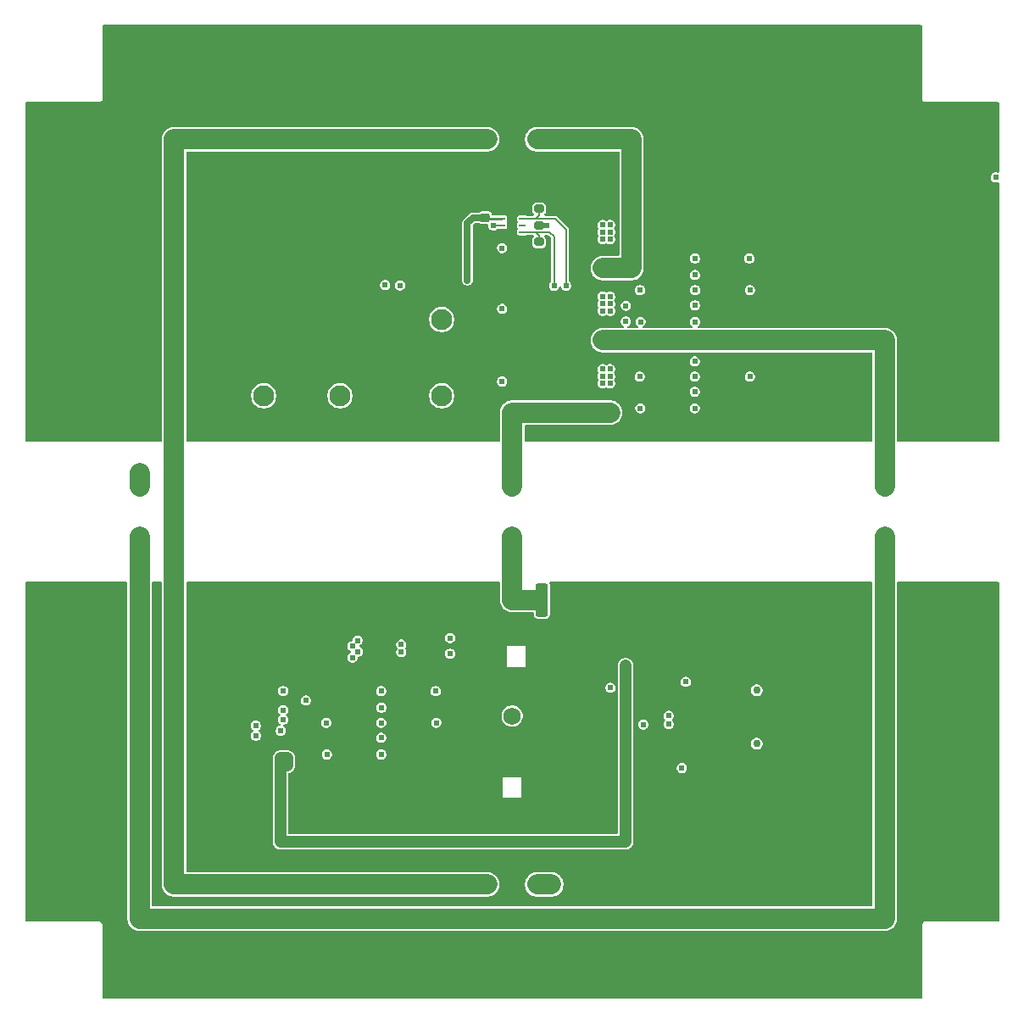
<source format=gbr>
%TF.GenerationSoftware,KiCad,Pcbnew,9.0.1*%
%TF.CreationDate,2025-06-25T17:22:12-04:00*%
%TF.ProjectId,-Z,2d5a2e6b-6963-4616-945f-706362585858,rev?*%
%TF.SameCoordinates,Original*%
%TF.FileFunction,Copper,L1,Top*%
%TF.FilePolarity,Positive*%
%FSLAX46Y46*%
G04 Gerber Fmt 4.6, Leading zero omitted, Abs format (unit mm)*
G04 Created by KiCad (PCBNEW 9.0.1) date 2025-06-25 17:22:12*
%MOMM*%
%LPD*%
G01*
G04 APERTURE LIST*
G04 Aperture macros list*
%AMRoundRect*
0 Rectangle with rounded corners*
0 $1 Rounding radius*
0 $2 $3 $4 $5 $6 $7 $8 $9 X,Y pos of 4 corners*
0 Add a 4 corners polygon primitive as box body*
4,1,4,$2,$3,$4,$5,$6,$7,$8,$9,$2,$3,0*
0 Add four circle primitives for the rounded corners*
1,1,$1+$1,$2,$3*
1,1,$1+$1,$4,$5*
1,1,$1+$1,$6,$7*
1,1,$1+$1,$8,$9*
0 Add four rect primitives between the rounded corners*
20,1,$1+$1,$2,$3,$4,$5,0*
20,1,$1+$1,$4,$5,$6,$7,0*
20,1,$1+$1,$6,$7,$8,$9,0*
20,1,$1+$1,$8,$9,$2,$3,0*%
G04 Aperture macros list end*
%TA.AperFunction,ComponentPad*%
%ADD10C,0.762000*%
%TD*%
%TA.AperFunction,ComponentPad*%
%ADD11C,3.800000*%
%TD*%
%TA.AperFunction,ConnectorPad*%
%ADD12C,5.600000*%
%TD*%
%TA.AperFunction,SMDPad,CuDef*%
%ADD13RoundRect,0.200000X0.275000X-0.200000X0.275000X0.200000X-0.275000X0.200000X-0.275000X-0.200000X0*%
%TD*%
%TA.AperFunction,ComponentPad*%
%ADD14C,1.500000*%
%TD*%
%TA.AperFunction,SMDPad,CuDef*%
%ADD15R,0.660400X0.254000*%
%TD*%
%TA.AperFunction,SMDPad,CuDef*%
%ADD16R,0.762000X1.447800*%
%TD*%
%TA.AperFunction,ComponentPad*%
%ADD17C,1.727200*%
%TD*%
%TA.AperFunction,SMDPad,CuDef*%
%ADD18RoundRect,0.225000X-0.250000X0.225000X-0.250000X-0.225000X0.250000X-0.225000X0.250000X0.225000X0*%
%TD*%
%TA.AperFunction,SMDPad,CuDef*%
%ADD19RoundRect,0.250000X-0.362500X-1.425000X0.362500X-1.425000X0.362500X1.425000X-0.362500X1.425000X0*%
%TD*%
%TA.AperFunction,ComponentPad*%
%ADD20C,2.100000*%
%TD*%
%TA.AperFunction,ViaPad*%
%ADD21C,0.609600*%
%TD*%
%TA.AperFunction,ViaPad*%
%ADD22C,0.762000*%
%TD*%
%TA.AperFunction,Conductor*%
%ADD23C,2.032000*%
%TD*%
%TA.AperFunction,Conductor*%
%ADD24C,0.635000*%
%TD*%
%TA.AperFunction,Conductor*%
%ADD25C,0.254000*%
%TD*%
%TA.AperFunction,Conductor*%
%ADD26C,1.143000*%
%TD*%
%TA.AperFunction,Conductor*%
%ADD27C,0.203200*%
%TD*%
G04 APERTURE END LIST*
D10*
%TO.P,H2,1,1*%
%TO.N,GND*%
X144200001Y-145800000D03*
X143555751Y-147355750D03*
X143555751Y-144244250D03*
X142000001Y-148000000D03*
D11*
X142000001Y-145800000D03*
D12*
X142000001Y-145800000D03*
D10*
X142000001Y-143600000D03*
X140444251Y-147355750D03*
X140444251Y-144244250D03*
X139800001Y-145800000D03*
%TD*%
D13*
%TO.P,R1,1*%
%TO.N,/Light Sensor/ADDR*%
X166692401Y-71399600D03*
%TO.P,R1,2*%
%TO.N,/Light Sensor/I2C Protection/DEVICE*%
X166692401Y-69749600D03*
%TD*%
%TO.P,R2,1*%
%TO.N,/Light Sensor/I2C Protection1/DEVICE*%
X166692400Y-73050600D03*
%TO.P,R2,2*%
%TO.N,/Light Sensor/ADDR*%
X166692400Y-71400600D03*
%TD*%
D14*
%TO.P,JP5,1,A*%
%TO.N,/Burn Wires/VBURN3*%
X164000001Y-96100000D03*
X164000001Y-97499999D03*
%TO.P,JP5,2,B*%
%TO.N,Net-(JP5-B)*%
X164000001Y-102499999D03*
X164000001Y-103899998D03*
%TD*%
D10*
%TO.P,H8,1,1*%
%TO.N,GND*%
X212000000Y-121999999D03*
X211355750Y-123555749D03*
X211355750Y-120444249D03*
X209800000Y-124199999D03*
D11*
X209800000Y-121999999D03*
D12*
X209800000Y-121999999D03*
D10*
X209800000Y-119799999D03*
X208244250Y-123555749D03*
X208244250Y-120444249D03*
X207600000Y-121999999D03*
%TD*%
%TO.P,H5,1,1*%
%TO.N,GND*%
X144200001Y-54200000D03*
X143555751Y-55755750D03*
X143555751Y-52644250D03*
X142000001Y-56400000D03*
D11*
X142000001Y-54200000D03*
D12*
X142000001Y-54200000D03*
D10*
X142000001Y-52000000D03*
X140444251Y-55755750D03*
X140444251Y-52644250D03*
X139800001Y-54200000D03*
%TD*%
D15*
%TO.P,U1,1,VDD*%
%TO.N,/Light Sensor/LS_3V3*%
X162971301Y-70749601D03*
%TO.P,U1,2,ADDR*%
%TO.N,/Light Sensor/ADDR*%
X162971301Y-71399600D03*
%TO.P,U1,3,GND*%
%TO.N,GND*%
X162971301Y-72049599D03*
%TO.P,U1,4,SCL*%
%TO.N,/Light Sensor/I2C Protection1/DEVICE*%
X165028701Y-72049599D03*
%TO.P,U1,5,INT*%
%TO.N,unconnected-(U1-INT-Pad5)*%
X165028701Y-71399600D03*
%TO.P,U1,6,SDA*%
%TO.N,/Light Sensor/I2C Protection/DEVICE*%
X165028701Y-70749601D03*
D16*
%TO.P,U1,7,EPAD*%
%TO.N,GND*%
X164000001Y-71399600D03*
%TD*%
D10*
%TO.P,H7,1,1*%
%TO.N,GND*%
X212000000Y-78000000D03*
X211355750Y-79555750D03*
X211355750Y-76444250D03*
X209800000Y-80200000D03*
D11*
X209800000Y-78000000D03*
D12*
X209800000Y-78000000D03*
D10*
X209800000Y-75800000D03*
X208244250Y-79555750D03*
X208244250Y-76444250D03*
X207600000Y-78000000D03*
%TD*%
D17*
%TO.P,AE3,1,A*%
%TO.N,/Interfaces/GPS*%
X164000000Y-120400000D03*
%TD*%
D18*
%TO.P,C1,1*%
%TO.N,/Light Sensor/LS_3V3*%
X161307600Y-70624599D03*
%TO.P,C1,2*%
%TO.N,GND*%
X161307600Y-72174599D03*
%TD*%
D14*
%TO.P,JP1,1,A*%
%TO.N,/Burn Wires/VBURN1*%
X167900000Y-62789000D03*
X166500001Y-62789000D03*
%TO.P,JP1,2,B*%
%TO.N,Net-(JP1-B)*%
X161500001Y-62789000D03*
X160100002Y-62789000D03*
%TD*%
D10*
%TO.P,H4,1,1*%
%TO.N,GND*%
X120400001Y-78000000D03*
X119755751Y-79555750D03*
X119755751Y-76444250D03*
X118200001Y-80200000D03*
D11*
X118200001Y-78000000D03*
D12*
X118200001Y-78000000D03*
D10*
X118200001Y-75800000D03*
X116644251Y-79555750D03*
X116644251Y-76444250D03*
X116000001Y-78000000D03*
%TD*%
D19*
%TO.P,R36,1*%
%TO.N,GND*%
X161037501Y-108788400D03*
%TO.P,R36,2*%
%TO.N,Net-(JP5-B)*%
X166962501Y-108788400D03*
%TD*%
D10*
%TO.P,H3,1,1*%
%TO.N,GND*%
X120400001Y-121999999D03*
X119755751Y-123555749D03*
X119755751Y-120444249D03*
X118200001Y-124199999D03*
D11*
X118200001Y-121999999D03*
D12*
X118200001Y-121999999D03*
D10*
X118200001Y-119799999D03*
X116644251Y-123555749D03*
X116644251Y-120444249D03*
X116000001Y-121999999D03*
%TD*%
D14*
%TO.P,JP4,1,A*%
%TO.N,Net-(JP3-B)*%
X126789000Y-103899999D03*
X126789000Y-102500000D03*
%TO.P,JP4,2,B*%
%TO.N,Net-(JP4-B)*%
X126789000Y-97500000D03*
X126789000Y-96100001D03*
%TD*%
D10*
%TO.P,H1,1,1*%
%TO.N,GND*%
X188200000Y-145800000D03*
X187555750Y-147355750D03*
X187555750Y-144244250D03*
X186000000Y-148000000D03*
D11*
X186000000Y-145800000D03*
D12*
X186000000Y-145800000D03*
D10*
X186000000Y-143600000D03*
X184444250Y-147355750D03*
X184444250Y-144244250D03*
X183800000Y-145800000D03*
%TD*%
%TO.P,H6,1,1*%
%TO.N,GND*%
X188200000Y-54200000D03*
X187555750Y-55755750D03*
X187555750Y-52644250D03*
X186000000Y-56400000D03*
D11*
X186000000Y-54200000D03*
D12*
X186000000Y-54200000D03*
D10*
X186000000Y-52000000D03*
X184444250Y-55755750D03*
X184444250Y-52644250D03*
X183800000Y-54200000D03*
%TD*%
D20*
%TO.P,U2,11,11*%
%TO.N,/Burn Wires/VBURN_A_IN*%
X146793600Y-88417600D03*
%TO.P,U2,12,12*%
%TO.N,GND*%
X139173600Y-80797600D03*
%TO.P,U2,14,14*%
%TO.N,VBATT*%
X139173600Y-88417600D03*
%TO.P,U2,A1,A1*%
X156953600Y-88417600D03*
%TO.P,U2,A2,A2*%
%TO.N,Net-(D1-A)*%
X156953600Y-80797600D03*
%TD*%
D14*
%TO.P,JP3,1,A*%
%TO.N,/Burn Wires/VBURN2*%
X201211001Y-97500000D03*
X201211001Y-96100001D03*
%TO.P,JP3,2,B*%
%TO.N,Net-(JP3-B)*%
X201211001Y-103899999D03*
X201211001Y-102500000D03*
%TD*%
%TO.P,JP2,1,A*%
%TO.N,Net-(JP1-B)*%
X161500001Y-137211000D03*
X160100002Y-137211000D03*
%TO.P,JP2,2,B*%
%TO.N,Net-(JP2-B)*%
X167900000Y-137211000D03*
X166500001Y-137211000D03*
%TD*%
D21*
%TO.N,GND*%
X161400000Y-128372600D03*
X165100000Y-110900000D03*
X162900000Y-113000000D03*
X163600000Y-111600000D03*
X162200000Y-125972600D03*
X162200000Y-129172600D03*
X165100000Y-115900000D03*
X165000001Y-125972600D03*
X185670201Y-121018798D03*
X165800000Y-125972600D03*
X165500000Y-121200000D03*
X162500000Y-119600000D03*
X163000001Y-121968599D03*
X166600000Y-126772600D03*
X166600000Y-128372600D03*
X164400000Y-115900000D03*
X163000001Y-125171799D03*
X152888399Y-123395400D03*
X163000001Y-125972600D03*
X165000001Y-122769399D03*
X162900000Y-110900000D03*
X164000000Y-118600000D03*
X162925001Y-113756200D03*
X184243801Y-80213400D03*
X165100000Y-111600000D03*
X163000000Y-118900000D03*
X165000001Y-124370999D03*
X165000000Y-118900000D03*
X162900000Y-111600000D03*
X164000000Y-129172600D03*
X161400000Y-125972600D03*
X163600000Y-110900000D03*
X165875001Y-114391200D03*
X165875001Y-115026200D03*
X163000001Y-122769399D03*
X148920200Y-118719600D03*
X165800000Y-112300000D03*
X165800000Y-111600000D03*
X162925001Y-114391200D03*
X165000001Y-121968599D03*
X162200000Y-120400000D03*
X163000001Y-123570199D03*
X166600000Y-127572600D03*
X162925001Y-115026200D03*
X165000001Y-125171799D03*
X161400000Y-127572600D03*
X162900000Y-115900000D03*
X163000000Y-129172600D03*
X162500000Y-121200000D03*
X162900000Y-110200000D03*
X166600000Y-125972600D03*
X165500000Y-119600000D03*
X165000000Y-129172600D03*
X179265400Y-84379000D03*
X165800000Y-120400000D03*
X165000001Y-123570199D03*
X182165000Y-120497799D03*
X163000001Y-124370999D03*
X161400000Y-129172600D03*
X161400000Y-126772600D03*
X165875001Y-113756200D03*
X165900000Y-115900000D03*
X162900000Y-112300000D03*
X163703000Y-115900000D03*
X165800000Y-113000000D03*
X184228800Y-88820999D03*
X165800000Y-129172600D03*
X180281401Y-75514399D03*
X166600000Y-129172600D03*
%TO.N,BURN_RELAY_A*%
X148556800Y-112852399D03*
X152798600Y-77380800D03*
%TO.N,SDA*%
X182237201Y-89661200D03*
X182252200Y-74699600D03*
X141114601Y-119796799D03*
X150917600Y-124230600D03*
%TO.N,SCL*%
X150917599Y-117907000D03*
X182252201Y-81023200D03*
X141114601Y-117896800D03*
%TO.N,/Burn Wires/VBURN1*%
X173042401Y-74955600D03*
X173779001Y-74955600D03*
X173779000Y-76378000D03*
X173779001Y-75666799D03*
X173042400Y-76378000D03*
X173042401Y-75666799D03*
%TO.N,/Burn Wires/VBURN2*%
X173042400Y-83566200D03*
X173779001Y-82143800D03*
X173779000Y-83566200D03*
X173042401Y-82143800D03*
X173779001Y-82854999D03*
X173042401Y-82854999D03*
%TO.N,/Burn Wires/VBURN3*%
X173042400Y-90805200D03*
X173042401Y-89382800D03*
X173779000Y-89382799D03*
X173779001Y-90093999D03*
X173779000Y-90805200D03*
X173042401Y-90093999D03*
%TO.N,SCL_M*%
X182237200Y-84987599D03*
X179625001Y-120370803D03*
%TO.N,SDA_M*%
X182237200Y-88011199D03*
X179625001Y-121209000D03*
%TO.N,SCL_IO*%
X150926600Y-119565999D03*
X152925600Y-113258796D03*
%TO.N,BURN_EN1*%
X162984001Y-73660200D03*
X148048800Y-114554200D03*
%TO.N,BURN_EN2*%
X162984001Y-79743000D03*
X148559567Y-113977544D03*
%TO.N,SDA_IO*%
X152925600Y-114020800D03*
X150917599Y-122580599D03*
%TO.N,BURN_EN3*%
X148044222Y-113416236D03*
X162984001Y-86982000D03*
%TO.N,/Light Sensor/LS_3V3*%
X182262601Y-77861400D03*
X187687802Y-74699600D03*
X187750800Y-77861400D03*
X176753600Y-77861399D03*
X159529601Y-76885999D03*
X176816600Y-81023200D03*
X175353801Y-80985701D03*
%TO.N,COIL_DRIVER_EN*%
X141114601Y-120751799D03*
X173812200Y-117589800D03*
%TO.N,/GPIO Expander/GE_3V3*%
X145418999Y-121068800D03*
X157802401Y-114173301D03*
X156416200Y-121068800D03*
X156353200Y-117907000D03*
X150907199Y-121068799D03*
X145482000Y-124230600D03*
%TO.N,/Burn Wires/VBURN_A_IN*%
X151300001Y-77355399D03*
X173779001Y-71348799D03*
X173779000Y-78511599D03*
X173779000Y-87173000D03*
X173779000Y-72771199D03*
X173779001Y-79222800D03*
X173779000Y-79934000D03*
X173042401Y-71348799D03*
X173779001Y-86461800D03*
X173042401Y-86461800D03*
X173042400Y-72060000D03*
X173042401Y-87172999D03*
X173042401Y-79933999D03*
X173779000Y-72060000D03*
X173042400Y-78511599D03*
X173042401Y-72771200D03*
X173779000Y-85750600D03*
X173042400Y-85750600D03*
X173042401Y-79222800D03*
%TO.N,3V3_P*%
X175353801Y-79410698D03*
X138398801Y-122359991D03*
X180945800Y-125590000D03*
X138398801Y-121359989D03*
X177085200Y-121234401D03*
X181340000Y-116992600D03*
X176738601Y-86499399D03*
X140873001Y-121869400D03*
X157802401Y-112598298D03*
X187735801Y-86499399D03*
X143389601Y-118846800D03*
X176801600Y-89661200D03*
X182247600Y-86499399D03*
%TO.N,VBATT_M*%
X175308401Y-116306800D03*
X175308400Y-115375902D03*
X140835201Y-124612600D03*
X175308401Y-117246600D03*
X141546400Y-125323799D03*
X141546400Y-124612600D03*
X140835201Y-125323799D03*
%TO.N,/Light Sensor/I2C Protection/DEVICE*%
X182252201Y-76349600D03*
X169384801Y-77419400D03*
%TO.N,/Light Sensor/I2C Protection1/DEVICE*%
X182252201Y-79373200D03*
X168191001Y-77419400D03*
%TO.N,/Light Sensor/ADDR*%
X162118879Y-71401124D03*
X167454400Y-71399599D03*
D22*
%TO.N,/Coil Driver/coil*%
X188438800Y-123164801D03*
X188438801Y-117830802D03*
D21*
X212285401Y-66599000D03*
%TD*%
D23*
%TO.N,Net-(JP1-B)*%
X131742000Y-62789000D02*
X130218001Y-62789000D01*
X130218001Y-62789000D02*
X130218001Y-137211000D01*
X161500000Y-62789000D02*
X131742000Y-62789000D01*
X130218001Y-137211000D02*
X161500000Y-137211000D01*
%TO.N,/Burn Wires/VBURN1*%
X175912600Y-62789000D02*
X175912601Y-75666799D01*
X166500001Y-62789000D02*
X175912600Y-62789000D01*
X175912601Y-75666799D02*
X173042401Y-75666799D01*
%TO.N,/Burn Wires/VBURN2*%
X173042401Y-82854999D02*
X201211001Y-82854999D01*
X201211001Y-82854999D02*
X201211001Y-97500000D01*
%TO.N,Net-(JP2-B)*%
X166500001Y-137211000D02*
X167900000Y-137211000D01*
%TO.N,Net-(JP3-B)*%
X201211000Y-140640000D02*
X201211001Y-102500000D01*
X126789001Y-140640000D02*
X201211000Y-140640000D01*
X126789000Y-102500000D02*
X126789001Y-140640000D01*
%TO.N,/Burn Wires/VBURN3*%
X164000001Y-90094000D02*
X164000001Y-97499999D01*
X173779001Y-90093999D02*
X164000001Y-90094000D01*
%TO.N,Net-(JP4-B)*%
X126789000Y-97500000D02*
X126789000Y-96100000D01*
%TO.N,Net-(JP5-B)*%
X164000000Y-102500000D02*
X164000000Y-108788400D01*
X164000001Y-102499999D02*
X164000000Y-102500000D01*
X164000000Y-108788400D02*
X166400000Y-108788400D01*
D24*
%TO.N,/Light Sensor/LS_3V3*%
X159529600Y-71145600D02*
X160050601Y-70624599D01*
D25*
X161432602Y-70749601D02*
X161307601Y-70624600D01*
X162996701Y-70749601D02*
X161432602Y-70749601D01*
D24*
X160050601Y-70624599D02*
X161307601Y-70624600D01*
X159529601Y-76885999D02*
X159529600Y-71145600D01*
D26*
%TO.N,VBATT_M*%
X141546400Y-125323799D02*
X140835201Y-125323799D01*
X140835201Y-132969199D02*
X140835201Y-124612600D01*
X175308401Y-117246600D02*
X175308401Y-116306800D01*
X175308401Y-116306800D02*
X175308400Y-115375902D01*
X141546400Y-124612600D02*
X140835201Y-124612600D01*
X141546400Y-124612600D02*
X141546400Y-125323799D01*
X175308401Y-132969200D02*
X140835201Y-132969199D01*
X175308401Y-117246600D02*
X175308401Y-132969200D01*
D27*
%TO.N,/Light Sensor/I2C Protection/DEVICE*%
X165064502Y-70739199D02*
X165054100Y-70749601D01*
X169384800Y-71831400D02*
X168292600Y-70739200D01*
X166692400Y-70383599D02*
X166692401Y-69749600D01*
X168292600Y-70739200D02*
X165064502Y-70739199D01*
X166336800Y-70739199D02*
X166692400Y-70383599D01*
X169384801Y-77419400D02*
X169384800Y-71831400D01*
%TO.N,/Light Sensor/I2C Protection1/DEVICE*%
X168191001Y-72517200D02*
X167729400Y-72055600D01*
X166357801Y-72055599D02*
X166692401Y-72390199D01*
X165060101Y-72055599D02*
X165054101Y-72049599D01*
X167729400Y-72055600D02*
X165060101Y-72055599D01*
X166692401Y-72390199D02*
X166692400Y-73050600D01*
X168191001Y-77419400D02*
X168191001Y-72517200D01*
%TO.N,/Light Sensor/ADDR*%
X162118879Y-71401124D02*
X162128065Y-71391939D01*
X162989039Y-71391939D02*
X162996700Y-71399599D01*
X166692401Y-71399599D02*
X167454400Y-71399599D01*
X162128065Y-71391939D02*
X162989039Y-71391939D01*
%TD*%
%TA.AperFunction,Conductor*%
%TO.N,GND*%
G36*
X125527831Y-107019213D02*
G01*
X125564376Y-107069513D01*
X125569300Y-107100600D01*
X125569300Y-140735994D01*
X125569301Y-140735999D01*
X125599332Y-140925607D01*
X125599336Y-140925623D01*
X125658659Y-141108202D01*
X125745815Y-141279253D01*
X125745820Y-141279262D01*
X125796892Y-141349557D01*
X125858664Y-141434580D01*
X125858666Y-141434582D01*
X125994419Y-141570335D01*
X126149739Y-141683181D01*
X126149747Y-141683185D01*
X126320798Y-141770341D01*
X126503377Y-141829664D01*
X126503380Y-141829664D01*
X126503387Y-141829667D01*
X126503392Y-141829667D01*
X126503393Y-141829668D01*
X126693001Y-141859699D01*
X126693006Y-141859700D01*
X126693008Y-141859700D01*
X201306995Y-141859700D01*
X201306999Y-141859699D01*
X201496614Y-141829667D01*
X201679202Y-141770341D01*
X201850262Y-141683181D01*
X202005582Y-141570335D01*
X202141335Y-141434582D01*
X202254181Y-141279262D01*
X202341341Y-141108202D01*
X202400667Y-140925614D01*
X202430700Y-140735993D01*
X202430701Y-107100600D01*
X202449914Y-107041469D01*
X202500214Y-107004924D01*
X202531301Y-107000000D01*
X212522981Y-107000000D01*
X212582112Y-107019213D01*
X212618657Y-107069513D01*
X212623581Y-107100600D01*
X212623581Y-140822980D01*
X212604368Y-140882111D01*
X212554068Y-140918656D01*
X212522981Y-140923580D01*
X205250441Y-140923580D01*
X205154705Y-140949233D01*
X205068876Y-140998787D01*
X205068875Y-140998788D01*
X205068874Y-140998789D01*
X204998790Y-141068873D01*
X204998789Y-141068874D01*
X204998788Y-141068875D01*
X204949234Y-141154704D01*
X204923581Y-141250440D01*
X204923580Y-141250443D01*
X204923580Y-148522980D01*
X204904367Y-148582111D01*
X204854067Y-148618656D01*
X204822980Y-148623580D01*
X123177021Y-148623580D01*
X123117890Y-148604367D01*
X123081345Y-148554067D01*
X123076421Y-148522980D01*
X123076420Y-141250443D01*
X123076419Y-141250440D01*
X123050766Y-141154704D01*
X123001212Y-141068875D01*
X123001211Y-141068873D01*
X122931127Y-140998789D01*
X122931124Y-140998787D01*
X122845295Y-140949233D01*
X122749559Y-140923580D01*
X122749557Y-140923580D01*
X115477020Y-140923580D01*
X115417889Y-140904367D01*
X115381344Y-140854067D01*
X115376420Y-140822980D01*
X115376420Y-107100600D01*
X115395633Y-107041469D01*
X115445933Y-107004924D01*
X115477020Y-107000000D01*
X125468700Y-107000000D01*
X125527831Y-107019213D01*
G37*
%TD.AperFunction*%
%TA.AperFunction,Conductor*%
G36*
X128956832Y-107019213D02*
G01*
X128993377Y-107069513D01*
X128998301Y-107100600D01*
X128998301Y-137306999D01*
X129028332Y-137496607D01*
X129028336Y-137496623D01*
X129087659Y-137679202D01*
X129174815Y-137850253D01*
X129174820Y-137850262D01*
X129231243Y-137927922D01*
X129287664Y-138005580D01*
X129287666Y-138005582D01*
X129423419Y-138141335D01*
X129578739Y-138254181D01*
X129578747Y-138254185D01*
X129749798Y-138341341D01*
X129932377Y-138400664D01*
X129932380Y-138400664D01*
X129932387Y-138400667D01*
X129932392Y-138400667D01*
X129932393Y-138400668D01*
X130122001Y-138430699D01*
X130122006Y-138430700D01*
X130122008Y-138430700D01*
X161595995Y-138430700D01*
X161595999Y-138430699D01*
X161785614Y-138400667D01*
X161968202Y-138341341D01*
X162139262Y-138254181D01*
X162294582Y-138141335D01*
X162430335Y-138005582D01*
X162543181Y-137850262D01*
X162630341Y-137679202D01*
X162689667Y-137496614D01*
X162719700Y-137306993D01*
X162719700Y-137115007D01*
X162719699Y-137115000D01*
X165280301Y-137115000D01*
X165280301Y-137306999D01*
X165310332Y-137496607D01*
X165310336Y-137496623D01*
X165369659Y-137679202D01*
X165456815Y-137850253D01*
X165456820Y-137850262D01*
X165513243Y-137927922D01*
X165569664Y-138005580D01*
X165569666Y-138005582D01*
X165705419Y-138141335D01*
X165860739Y-138254181D01*
X165860747Y-138254185D01*
X166031798Y-138341341D01*
X166214377Y-138400664D01*
X166214380Y-138400664D01*
X166214387Y-138400667D01*
X166214392Y-138400667D01*
X166214393Y-138400668D01*
X166404001Y-138430699D01*
X166404006Y-138430700D01*
X166404008Y-138430700D01*
X167995995Y-138430700D01*
X167995999Y-138430699D01*
X168185614Y-138400667D01*
X168368202Y-138341341D01*
X168539262Y-138254181D01*
X168694582Y-138141335D01*
X168830335Y-138005582D01*
X168943181Y-137850262D01*
X169030341Y-137679202D01*
X169089667Y-137496614D01*
X169119700Y-137306993D01*
X169119700Y-137115007D01*
X169089667Y-136925386D01*
X169030341Y-136742798D01*
X169030341Y-136742797D01*
X168943185Y-136571746D01*
X168943181Y-136571738D01*
X168830335Y-136416418D01*
X168694582Y-136280665D01*
X168694580Y-136280663D01*
X168616922Y-136224242D01*
X168539262Y-136167819D01*
X168539256Y-136167816D01*
X168539253Y-136167814D01*
X168368202Y-136080658D01*
X168185623Y-136021335D01*
X168185607Y-136021331D01*
X167995999Y-135991300D01*
X167995993Y-135991300D01*
X166404008Y-135991300D01*
X166404001Y-135991300D01*
X166214393Y-136021331D01*
X166214377Y-136021335D01*
X166031798Y-136080658D01*
X165860747Y-136167814D01*
X165860736Y-136167821D01*
X165705420Y-136280663D01*
X165569664Y-136416419D01*
X165456822Y-136571735D01*
X165456815Y-136571746D01*
X165369659Y-136742797D01*
X165310336Y-136925376D01*
X165310332Y-136925392D01*
X165280301Y-137115000D01*
X162719699Y-137115000D01*
X162689667Y-136925386D01*
X162630341Y-136742798D01*
X162630341Y-136742797D01*
X162543185Y-136571746D01*
X162543181Y-136571738D01*
X162430335Y-136416418D01*
X162294582Y-136280665D01*
X162294580Y-136280663D01*
X162216922Y-136224242D01*
X162139262Y-136167819D01*
X162139256Y-136167816D01*
X162139253Y-136167814D01*
X161968202Y-136080658D01*
X161785623Y-136021335D01*
X161785607Y-136021331D01*
X161595999Y-135991300D01*
X161595993Y-135991300D01*
X131538301Y-135991300D01*
X131479170Y-135972087D01*
X131442625Y-135921787D01*
X131437701Y-135890700D01*
X131437701Y-124536249D01*
X140060001Y-124536249D01*
X140060001Y-133045549D01*
X140089790Y-133195315D01*
X140089791Y-133195317D01*
X140148228Y-133336394D01*
X140148229Y-133336395D01*
X140233062Y-133463358D01*
X140341041Y-133571337D01*
X140372567Y-133592402D01*
X140468006Y-133656172D01*
X140609083Y-133714609D01*
X140758850Y-133744399D01*
X175212037Y-133744399D01*
X175212041Y-133744400D01*
X175232050Y-133744400D01*
X175384751Y-133744400D01*
X175384752Y-133744400D01*
X175534519Y-133714610D01*
X175675596Y-133656173D01*
X175802562Y-133571337D01*
X175910538Y-133463361D01*
X175995374Y-133336395D01*
X176053811Y-133195318D01*
X176083601Y-133045551D01*
X176083601Y-132892849D01*
X176083601Y-132892848D01*
X176083601Y-125523049D01*
X180437300Y-125523049D01*
X180437300Y-125656950D01*
X180471951Y-125786270D01*
X180471951Y-125786271D01*
X180471953Y-125786274D01*
X180538899Y-125902226D01*
X180633574Y-125996901D01*
X180657601Y-126010773D01*
X180749528Y-126063848D01*
X180878849Y-126098499D01*
X180878853Y-126098499D01*
X180878855Y-126098500D01*
X180878857Y-126098500D01*
X181012743Y-126098500D01*
X181012745Y-126098500D01*
X181012747Y-126098499D01*
X181012750Y-126098499D01*
X181142070Y-126063848D01*
X181142071Y-126063848D01*
X181142071Y-126063847D01*
X181142074Y-126063847D01*
X181258026Y-125996901D01*
X181352701Y-125902226D01*
X181419647Y-125786274D01*
X181454300Y-125656945D01*
X181454300Y-125523055D01*
X181454299Y-125523053D01*
X181454299Y-125523049D01*
X181419648Y-125393729D01*
X181419648Y-125393728D01*
X181352700Y-125277773D01*
X181258026Y-125183099D01*
X181142071Y-125116151D01*
X181012750Y-125081500D01*
X181012745Y-125081500D01*
X180878855Y-125081500D01*
X180878849Y-125081500D01*
X180749529Y-125116151D01*
X180749528Y-125116151D01*
X180633573Y-125183099D01*
X180538899Y-125277773D01*
X180471951Y-125393728D01*
X180471951Y-125393729D01*
X180437300Y-125523049D01*
X176083601Y-125523049D01*
X176083601Y-123087821D01*
X187854100Y-123087821D01*
X187854100Y-123241780D01*
X187893948Y-123390490D01*
X187970924Y-123523815D01*
X188079785Y-123632676D01*
X188079784Y-123632676D01*
X188213110Y-123709652D01*
X188213111Y-123709652D01*
X188213114Y-123709654D01*
X188361823Y-123749501D01*
X188361825Y-123749501D01*
X188515775Y-123749501D01*
X188515777Y-123749501D01*
X188664486Y-123709654D01*
X188797814Y-123632677D01*
X188906676Y-123523815D01*
X188983653Y-123390487D01*
X189023500Y-123241778D01*
X189023500Y-123087824D01*
X188983653Y-122939115D01*
X188906676Y-122805787D01*
X188797814Y-122696925D01*
X188797815Y-122696925D01*
X188664489Y-122619949D01*
X188664486Y-122619948D01*
X188624644Y-122609272D01*
X188515779Y-122580101D01*
X188515777Y-122580101D01*
X188361823Y-122580101D01*
X188361820Y-122580101D01*
X188213110Y-122619949D01*
X188079785Y-122696925D01*
X187970924Y-122805786D01*
X187893948Y-122939111D01*
X187854100Y-123087821D01*
X176083601Y-123087821D01*
X176083601Y-121167450D01*
X176576700Y-121167450D01*
X176576700Y-121301351D01*
X176611351Y-121430671D01*
X176611351Y-121430672D01*
X176637349Y-121475701D01*
X176678299Y-121546627D01*
X176772974Y-121641302D01*
X176844931Y-121682847D01*
X176888928Y-121708249D01*
X177018249Y-121742900D01*
X177018253Y-121742900D01*
X177018255Y-121742901D01*
X177018257Y-121742901D01*
X177152143Y-121742901D01*
X177152145Y-121742901D01*
X177152147Y-121742900D01*
X177152150Y-121742900D01*
X177281470Y-121708249D01*
X177281471Y-121708249D01*
X177281471Y-121708248D01*
X177281474Y-121708248D01*
X177397426Y-121641302D01*
X177492101Y-121546627D01*
X177559047Y-121430675D01*
X177572350Y-121381026D01*
X177593699Y-121301351D01*
X177593700Y-121301344D01*
X177593700Y-121167457D01*
X177593699Y-121167450D01*
X177559048Y-121038130D01*
X177559048Y-121038129D01*
X177544383Y-121012729D01*
X177492101Y-120922175D01*
X177397426Y-120827500D01*
X177332304Y-120789901D01*
X177281471Y-120760552D01*
X177152150Y-120725901D01*
X177152145Y-120725901D01*
X177018255Y-120725901D01*
X177018249Y-120725901D01*
X176888929Y-120760552D01*
X176888928Y-120760552D01*
X176772973Y-120827500D01*
X176678299Y-120922174D01*
X176611351Y-121038129D01*
X176611351Y-121038130D01*
X176576700Y-121167450D01*
X176083601Y-121167450D01*
X176083601Y-120303852D01*
X179116501Y-120303852D01*
X179116501Y-120437753D01*
X179151152Y-120567073D01*
X179151152Y-120567074D01*
X179218100Y-120683029D01*
X179253837Y-120718766D01*
X179282063Y-120774164D01*
X179272337Y-120835572D01*
X179253838Y-120861035D01*
X179218100Y-120896773D01*
X179151152Y-121012728D01*
X179151152Y-121012729D01*
X179116501Y-121142049D01*
X179116501Y-121275950D01*
X179151152Y-121405270D01*
X179151152Y-121405271D01*
X179191815Y-121475700D01*
X179218100Y-121521226D01*
X179312775Y-121615901D01*
X179428727Y-121682847D01*
X179428729Y-121682848D01*
X179558050Y-121717499D01*
X179558054Y-121717499D01*
X179558056Y-121717500D01*
X179558058Y-121717500D01*
X179691944Y-121717500D01*
X179691946Y-121717500D01*
X179691948Y-121717499D01*
X179691951Y-121717499D01*
X179821271Y-121682848D01*
X179821272Y-121682848D01*
X179821272Y-121682847D01*
X179821275Y-121682847D01*
X179937227Y-121615901D01*
X180031902Y-121521226D01*
X180098848Y-121405274D01*
X180126695Y-121301346D01*
X180133500Y-121275950D01*
X180133501Y-121275943D01*
X180133501Y-121142056D01*
X180133500Y-121142049D01*
X180098849Y-121012729D01*
X180098849Y-121012728D01*
X180092572Y-121001856D01*
X180031902Y-120896774D01*
X179996163Y-120861035D01*
X179967938Y-120805638D01*
X179977664Y-120744230D01*
X179996162Y-120718768D01*
X180031902Y-120683029D01*
X180098848Y-120567077D01*
X180133012Y-120439573D01*
X180133500Y-120437753D01*
X180133501Y-120437746D01*
X180133501Y-120303859D01*
X180133500Y-120303852D01*
X180098849Y-120174532D01*
X180098849Y-120174531D01*
X180098848Y-120174529D01*
X180031902Y-120058577D01*
X179937227Y-119963902D01*
X179821275Y-119896956D01*
X179821272Y-119896954D01*
X179691951Y-119862303D01*
X179691946Y-119862303D01*
X179558056Y-119862303D01*
X179558050Y-119862303D01*
X179428730Y-119896954D01*
X179428729Y-119896954D01*
X179312774Y-119963902D01*
X179218100Y-120058576D01*
X179151152Y-120174531D01*
X179151152Y-120174532D01*
X179116501Y-120303852D01*
X176083601Y-120303852D01*
X176083601Y-117753822D01*
X187854101Y-117753822D01*
X187854101Y-117907781D01*
X187893949Y-118056491D01*
X187970925Y-118189816D01*
X188079786Y-118298677D01*
X188079785Y-118298677D01*
X188213111Y-118375653D01*
X188213112Y-118375653D01*
X188213115Y-118375655D01*
X188361824Y-118415502D01*
X188361826Y-118415502D01*
X188515776Y-118415502D01*
X188515778Y-118415502D01*
X188664487Y-118375655D01*
X188797815Y-118298678D01*
X188906677Y-118189816D01*
X188983654Y-118056488D01*
X189023501Y-117907779D01*
X189023501Y-117753825D01*
X188983654Y-117605116D01*
X188977682Y-117594773D01*
X188936161Y-117522856D01*
X188906677Y-117471788D01*
X188797815Y-117362926D01*
X188797816Y-117362926D01*
X188664490Y-117285950D01*
X188664487Y-117285949D01*
X188624645Y-117275273D01*
X188515780Y-117246102D01*
X188515778Y-117246102D01*
X188361824Y-117246102D01*
X188361821Y-117246102D01*
X188213111Y-117285950D01*
X188079786Y-117362926D01*
X187970925Y-117471787D01*
X187893949Y-117605112D01*
X187854101Y-117753822D01*
X176083601Y-117753822D01*
X176083601Y-117170249D01*
X176083601Y-116925649D01*
X180831500Y-116925649D01*
X180831500Y-117059550D01*
X180866151Y-117188870D01*
X180866151Y-117188871D01*
X180866153Y-117188874D01*
X180933099Y-117304826D01*
X181027774Y-117399501D01*
X181143726Y-117466447D01*
X181143728Y-117466448D01*
X181273049Y-117501099D01*
X181273053Y-117501099D01*
X181273055Y-117501100D01*
X181273057Y-117501100D01*
X181406943Y-117501100D01*
X181406945Y-117501100D01*
X181406947Y-117501099D01*
X181406950Y-117501099D01*
X181516341Y-117471788D01*
X181536270Y-117466448D01*
X181536271Y-117466448D01*
X181536271Y-117466447D01*
X181536274Y-117466447D01*
X181652226Y-117399501D01*
X181746901Y-117304826D01*
X181813847Y-117188874D01*
X181848500Y-117059545D01*
X181848500Y-116925655D01*
X181848499Y-116925653D01*
X181848499Y-116925649D01*
X181813848Y-116796329D01*
X181813848Y-116796328D01*
X181746900Y-116680373D01*
X181652226Y-116585699D01*
X181536271Y-116518751D01*
X181406950Y-116484100D01*
X181406945Y-116484100D01*
X181273055Y-116484100D01*
X181273049Y-116484100D01*
X181143729Y-116518751D01*
X181143728Y-116518751D01*
X181027773Y-116585699D01*
X180933099Y-116680373D01*
X180866151Y-116796328D01*
X180866151Y-116796329D01*
X180831500Y-116925649D01*
X176083601Y-116925649D01*
X176083601Y-116230449D01*
X176083601Y-116210441D01*
X176083600Y-116210435D01*
X176083600Y-115299550D01*
X176053810Y-115149783D01*
X175995373Y-115008706D01*
X175910536Y-114881740D01*
X175802560Y-114773764D01*
X175760620Y-114745741D01*
X175675598Y-114688931D01*
X175675590Y-114688927D01*
X175627184Y-114668876D01*
X175534517Y-114630492D01*
X175534513Y-114630491D01*
X175534516Y-114630491D01*
X175414539Y-114606627D01*
X175384750Y-114600702D01*
X175232048Y-114600702D01*
X175202259Y-114606627D01*
X175082282Y-114630491D01*
X174941211Y-114688925D01*
X174941204Y-114688929D01*
X174814239Y-114773765D01*
X174706263Y-114881740D01*
X174706263Y-114881741D01*
X174621429Y-115008703D01*
X174621425Y-115008711D01*
X174562989Y-115149786D01*
X174533200Y-115299552D01*
X174533201Y-116230449D01*
X174533201Y-132093399D01*
X174513988Y-132152530D01*
X174463688Y-132189075D01*
X174432601Y-132193999D01*
X141711001Y-132193999D01*
X141651870Y-132174786D01*
X141615325Y-132124486D01*
X141610401Y-132093399D01*
X141610401Y-128597599D01*
X163050001Y-128597599D01*
X164950001Y-128597599D01*
X164950001Y-126507599D01*
X163050001Y-126507599D01*
X163050001Y-128597599D01*
X141610401Y-128597599D01*
X141610401Y-126184016D01*
X141629614Y-126124885D01*
X141679914Y-126088340D01*
X141691375Y-126085349D01*
X141772518Y-126069209D01*
X141913595Y-126010772D01*
X142040561Y-125925936D01*
X142148537Y-125817960D01*
X142233373Y-125690994D01*
X142291810Y-125549917D01*
X142321600Y-125400150D01*
X142321600Y-124536249D01*
X142291810Y-124386482D01*
X142233373Y-124245405D01*
X142226666Y-124235367D01*
X142211690Y-124212953D01*
X142211688Y-124212951D01*
X142178746Y-124163649D01*
X144973500Y-124163649D01*
X144973500Y-124297550D01*
X145008151Y-124426870D01*
X145008151Y-124426871D01*
X145008153Y-124426874D01*
X145075099Y-124542826D01*
X145169774Y-124637501D01*
X145285726Y-124704447D01*
X145285728Y-124704448D01*
X145415049Y-124739099D01*
X145415053Y-124739099D01*
X145415055Y-124739100D01*
X145415057Y-124739100D01*
X145548943Y-124739100D01*
X145548945Y-124739100D01*
X145548947Y-124739099D01*
X145548950Y-124739099D01*
X145678270Y-124704448D01*
X145678271Y-124704448D01*
X145678271Y-124704447D01*
X145678274Y-124704447D01*
X145794226Y-124637501D01*
X145888901Y-124542826D01*
X145955847Y-124426874D01*
X145990500Y-124297545D01*
X145990500Y-124163655D01*
X145990499Y-124163653D01*
X145990499Y-124163649D01*
X150409100Y-124163649D01*
X150409100Y-124297550D01*
X150443751Y-124426870D01*
X150443751Y-124426871D01*
X150443753Y-124426874D01*
X150510699Y-124542826D01*
X150605374Y-124637501D01*
X150721326Y-124704447D01*
X150721328Y-124704448D01*
X150850649Y-124739099D01*
X150850653Y-124739099D01*
X150850655Y-124739100D01*
X150850657Y-124739100D01*
X150984543Y-124739100D01*
X150984545Y-124739100D01*
X150984547Y-124739099D01*
X150984550Y-124739099D01*
X151113870Y-124704448D01*
X151113871Y-124704448D01*
X151113871Y-124704447D01*
X151113874Y-124704447D01*
X151229826Y-124637501D01*
X151324501Y-124542826D01*
X151391447Y-124426874D01*
X151426100Y-124297545D01*
X151426100Y-124163655D01*
X151426099Y-124163653D01*
X151426099Y-124163649D01*
X151391448Y-124034329D01*
X151391448Y-124034328D01*
X151377668Y-124010461D01*
X151324501Y-123918374D01*
X151229826Y-123823699D01*
X151113874Y-123756753D01*
X151113871Y-123756751D01*
X150984550Y-123722100D01*
X150984545Y-123722100D01*
X150850655Y-123722100D01*
X150850649Y-123722100D01*
X150721329Y-123756751D01*
X150721328Y-123756751D01*
X150605373Y-123823699D01*
X150510699Y-123918373D01*
X150443751Y-124034328D01*
X150443751Y-124034329D01*
X150409100Y-124163649D01*
X145990499Y-124163649D01*
X145955848Y-124034329D01*
X145955848Y-124034328D01*
X145942068Y-124010461D01*
X145888901Y-123918374D01*
X145794226Y-123823699D01*
X145678274Y-123756753D01*
X145678271Y-123756751D01*
X145548950Y-123722100D01*
X145548945Y-123722100D01*
X145415055Y-123722100D01*
X145415049Y-123722100D01*
X145285729Y-123756751D01*
X145285728Y-123756751D01*
X145169773Y-123823699D01*
X145075099Y-123918373D01*
X145008151Y-124034328D01*
X145008151Y-124034329D01*
X144973500Y-124163649D01*
X142178746Y-124163649D01*
X142148538Y-124118440D01*
X142040559Y-124010461D01*
X141977506Y-123968331D01*
X141913595Y-123925627D01*
X141913592Y-123925625D01*
X141913591Y-123925625D01*
X141865185Y-123905574D01*
X141772518Y-123867190D01*
X141772514Y-123867189D01*
X141772517Y-123867189D01*
X141652540Y-123843325D01*
X141622751Y-123837400D01*
X140911552Y-123837400D01*
X140758850Y-123837400D01*
X140729061Y-123843325D01*
X140609084Y-123867189D01*
X140468009Y-123925625D01*
X140341041Y-124010461D01*
X140341040Y-124010463D01*
X140233064Y-124118439D01*
X140233062Y-124118440D01*
X140148226Y-124245408D01*
X140089790Y-124386483D01*
X140060001Y-124536249D01*
X131437701Y-124536249D01*
X131437701Y-121293038D01*
X137890301Y-121293038D01*
X137890301Y-121426939D01*
X137924952Y-121556259D01*
X137924952Y-121556260D01*
X137991900Y-121672215D01*
X138086576Y-121766891D01*
X138096930Y-121772869D01*
X138138532Y-121819074D01*
X138145029Y-121880908D01*
X138113941Y-121934752D01*
X138096930Y-121947111D01*
X138086576Y-121953088D01*
X138086575Y-121953090D01*
X137991900Y-122047764D01*
X137924952Y-122163719D01*
X137924952Y-122163720D01*
X137890301Y-122293040D01*
X137890301Y-122426941D01*
X137924952Y-122556261D01*
X137924952Y-122556262D01*
X137977654Y-122647542D01*
X137991900Y-122672217D01*
X138086575Y-122766892D01*
X138153942Y-122805787D01*
X138202529Y-122833839D01*
X138331850Y-122868490D01*
X138331854Y-122868490D01*
X138331856Y-122868491D01*
X138331858Y-122868491D01*
X138465744Y-122868491D01*
X138465746Y-122868491D01*
X138465748Y-122868490D01*
X138465751Y-122868490D01*
X138595071Y-122833839D01*
X138595072Y-122833839D01*
X138595072Y-122833838D01*
X138595075Y-122833838D01*
X138711027Y-122766892D01*
X138805702Y-122672217D01*
X138872648Y-122556265D01*
X138884065Y-122513655D01*
X138884067Y-122513648D01*
X150409099Y-122513648D01*
X150409099Y-122647549D01*
X150443750Y-122776869D01*
X150443750Y-122776870D01*
X150510698Y-122892825D01*
X150605373Y-122987500D01*
X150721325Y-123054446D01*
X150721327Y-123054447D01*
X150850648Y-123089098D01*
X150850652Y-123089098D01*
X150850654Y-123089099D01*
X150850656Y-123089099D01*
X150984542Y-123089099D01*
X150984544Y-123089099D01*
X150984546Y-123089098D01*
X150984549Y-123089098D01*
X151113869Y-123054447D01*
X151113870Y-123054447D01*
X151113870Y-123054446D01*
X151113873Y-123054446D01*
X151229825Y-122987500D01*
X151324500Y-122892825D01*
X151391446Y-122776873D01*
X151426099Y-122647544D01*
X151426099Y-122513654D01*
X151426098Y-122513652D01*
X151426098Y-122513648D01*
X151391447Y-122384328D01*
X151391447Y-122384327D01*
X151367729Y-122343247D01*
X151324500Y-122268373D01*
X151229825Y-122173698D01*
X151113873Y-122106752D01*
X151113870Y-122106750D01*
X150984549Y-122072099D01*
X150984544Y-122072099D01*
X150850654Y-122072099D01*
X150850648Y-122072099D01*
X150721328Y-122106750D01*
X150721327Y-122106750D01*
X150605372Y-122173698D01*
X150510698Y-122268372D01*
X150443750Y-122384327D01*
X150443750Y-122384328D01*
X150409099Y-122513648D01*
X138884067Y-122513648D01*
X138892809Y-122481023D01*
X138907300Y-122426941D01*
X138907301Y-122426934D01*
X138907301Y-122293047D01*
X138907300Y-122293040D01*
X138872649Y-122163720D01*
X138872649Y-122163719D01*
X138872648Y-122163717D01*
X138805702Y-122047765D01*
X138711027Y-121953090D01*
X138711022Y-121953086D01*
X138700674Y-121947112D01*
X138659071Y-121900908D01*
X138652571Y-121839075D01*
X138673717Y-121802449D01*
X140364501Y-121802449D01*
X140364501Y-121936350D01*
X140399152Y-122065670D01*
X140399152Y-122065671D01*
X140422871Y-122106752D01*
X140466100Y-122181626D01*
X140560775Y-122276301D01*
X140676727Y-122343247D01*
X140676729Y-122343248D01*
X140806050Y-122377899D01*
X140806054Y-122377899D01*
X140806056Y-122377900D01*
X140806058Y-122377900D01*
X140939944Y-122377900D01*
X140939946Y-122377900D01*
X140939948Y-122377899D01*
X140939951Y-122377899D01*
X141069271Y-122343248D01*
X141069272Y-122343248D01*
X141069272Y-122343247D01*
X141069275Y-122343247D01*
X141185227Y-122276301D01*
X141279902Y-122181626D01*
X141346848Y-122065674D01*
X141352893Y-122043112D01*
X141381500Y-121936350D01*
X141381501Y-121936343D01*
X141381501Y-121802456D01*
X141381500Y-121802449D01*
X141346849Y-121673129D01*
X141346849Y-121673128D01*
X141328474Y-121641302D01*
X141279902Y-121557174D01*
X141185227Y-121462499D01*
X141185225Y-121462497D01*
X141155185Y-121445153D01*
X141113583Y-121398947D01*
X141107086Y-121337114D01*
X141138174Y-121283270D01*
X141179451Y-121260860D01*
X141181545Y-121260299D01*
X141181546Y-121260299D01*
X141310871Y-121225647D01*
X141310872Y-121225647D01*
X141310872Y-121225646D01*
X141310875Y-121225646D01*
X141426827Y-121158700D01*
X141521502Y-121064025D01*
X141557400Y-121001849D01*
X144910499Y-121001849D01*
X144910499Y-121135750D01*
X144945150Y-121265070D01*
X144945150Y-121265071D01*
X144956127Y-121284083D01*
X145012098Y-121381026D01*
X145106773Y-121475701D01*
X145222725Y-121542647D01*
X145222727Y-121542648D01*
X145352048Y-121577299D01*
X145352052Y-121577299D01*
X145352054Y-121577300D01*
X145352056Y-121577300D01*
X145485942Y-121577300D01*
X145485944Y-121577300D01*
X145485946Y-121577299D01*
X145485949Y-121577299D01*
X145615269Y-121542648D01*
X145615270Y-121542648D01*
X145615270Y-121542647D01*
X145615273Y-121542647D01*
X145731225Y-121475701D01*
X145825900Y-121381026D01*
X145892846Y-121265074D01*
X145903411Y-121225646D01*
X145927498Y-121135750D01*
X145927499Y-121135743D01*
X145927499Y-121001853D01*
X145927498Y-121001848D01*
X150398699Y-121001848D01*
X150398699Y-121135749D01*
X150433350Y-121265069D01*
X150433350Y-121265070D01*
X150479977Y-121345829D01*
X150500298Y-121381025D01*
X150594973Y-121475700D01*
X150594975Y-121475701D01*
X150710927Y-121542647D01*
X150840248Y-121577298D01*
X150840252Y-121577298D01*
X150840254Y-121577299D01*
X150840256Y-121577299D01*
X150974142Y-121577299D01*
X150974144Y-121577299D01*
X150974146Y-121577298D01*
X150974149Y-121577298D01*
X151088615Y-121546627D01*
X151103469Y-121542647D01*
X151103470Y-121542647D01*
X151103470Y-121542646D01*
X151103473Y-121542646D01*
X151219425Y-121475700D01*
X151314100Y-121381025D01*
X151381046Y-121265073D01*
X151408204Y-121163717D01*
X151415698Y-121135749D01*
X151415699Y-121135742D01*
X151415699Y-121001855D01*
X151415698Y-121001849D01*
X155907700Y-121001849D01*
X155907700Y-121135750D01*
X155942351Y-121265070D01*
X155942351Y-121265071D01*
X155953328Y-121284083D01*
X156009299Y-121381026D01*
X156103974Y-121475701D01*
X156219926Y-121542647D01*
X156219928Y-121542648D01*
X156349249Y-121577299D01*
X156349253Y-121577299D01*
X156349255Y-121577300D01*
X156349257Y-121577300D01*
X156483143Y-121577300D01*
X156483145Y-121577300D01*
X156483147Y-121577299D01*
X156483150Y-121577299D01*
X156612470Y-121542648D01*
X156612471Y-121542648D01*
X156612471Y-121542647D01*
X156612474Y-121542647D01*
X156728426Y-121475701D01*
X156823101Y-121381026D01*
X156890047Y-121265074D01*
X156900612Y-121225646D01*
X156924699Y-121135750D01*
X156924700Y-121135743D01*
X156924700Y-121001856D01*
X156924699Y-121001849D01*
X156890048Y-120872529D01*
X156890048Y-120872528D01*
X156883413Y-120861036D01*
X156823101Y-120756574D01*
X156728426Y-120661899D01*
X156612474Y-120594953D01*
X156612471Y-120594951D01*
X156483150Y-120560300D01*
X156483145Y-120560300D01*
X156349255Y-120560300D01*
X156349249Y-120560300D01*
X156219929Y-120594951D01*
X156219928Y-120594951D01*
X156103973Y-120661899D01*
X156009299Y-120756573D01*
X155942351Y-120872528D01*
X155942351Y-120872529D01*
X155907700Y-121001849D01*
X151415698Y-121001849D01*
X151415698Y-121001848D01*
X151381047Y-120872528D01*
X151381047Y-120872527D01*
X151374412Y-120861035D01*
X151314100Y-120756573D01*
X151219425Y-120661898D01*
X151103473Y-120594952D01*
X151103470Y-120594950D01*
X150974149Y-120560299D01*
X150974144Y-120560299D01*
X150840254Y-120560299D01*
X150840248Y-120560299D01*
X150710928Y-120594950D01*
X150710927Y-120594950D01*
X150594972Y-120661898D01*
X150500298Y-120756572D01*
X150433350Y-120872527D01*
X150433350Y-120872528D01*
X150398699Y-121001848D01*
X145927498Y-121001848D01*
X145892847Y-120872529D01*
X145892847Y-120872528D01*
X145886212Y-120861036D01*
X145825900Y-120756574D01*
X145731225Y-120661899D01*
X145615273Y-120594953D01*
X145615270Y-120594951D01*
X145485949Y-120560300D01*
X145485944Y-120560300D01*
X145352054Y-120560300D01*
X145352048Y-120560300D01*
X145222728Y-120594951D01*
X145222727Y-120594951D01*
X145106772Y-120661899D01*
X145012098Y-120756573D01*
X144945150Y-120872528D01*
X144945150Y-120872529D01*
X144910499Y-121001849D01*
X141557400Y-121001849D01*
X141588448Y-120948073D01*
X141595387Y-120922175D01*
X141623100Y-120818749D01*
X141623101Y-120818742D01*
X141623101Y-120684855D01*
X141623100Y-120684848D01*
X141588449Y-120555528D01*
X141588449Y-120555527D01*
X141559346Y-120505120D01*
X141521502Y-120439573D01*
X141427363Y-120345434D01*
X141401605Y-120294880D01*
X162932700Y-120294880D01*
X162932700Y-120505120D01*
X162945024Y-120567077D01*
X162973716Y-120711322D01*
X163054169Y-120905552D01*
X163054173Y-120905560D01*
X163170972Y-121080362D01*
X163319637Y-121229027D01*
X163494439Y-121345826D01*
X163494441Y-121345827D01*
X163494444Y-121345829D01*
X163529472Y-121360338D01*
X163688677Y-121426283D01*
X163688678Y-121426283D01*
X163688680Y-121426284D01*
X163894880Y-121467300D01*
X163894881Y-121467300D01*
X164105119Y-121467300D01*
X164105120Y-121467300D01*
X164311320Y-121426284D01*
X164505556Y-121345829D01*
X164680364Y-121229026D01*
X164829026Y-121080364D01*
X164945829Y-120905556D01*
X165026284Y-120711320D01*
X165067300Y-120505120D01*
X165067300Y-120294880D01*
X165026284Y-120088680D01*
X164945829Y-119894444D01*
X164925319Y-119863749D01*
X164829027Y-119719637D01*
X164680362Y-119570972D01*
X164505560Y-119454173D01*
X164505552Y-119454169D01*
X164311322Y-119373716D01*
X164173853Y-119346372D01*
X164105120Y-119332700D01*
X163894880Y-119332700D01*
X163843330Y-119342954D01*
X163688677Y-119373716D01*
X163494447Y-119454169D01*
X163494439Y-119454173D01*
X163319637Y-119570972D01*
X163319636Y-119570974D01*
X163170974Y-119719636D01*
X163170972Y-119719637D01*
X163054173Y-119894439D01*
X163054169Y-119894447D01*
X162973716Y-120088677D01*
X162950837Y-120203700D01*
X162932700Y-120294880D01*
X141401605Y-120294880D01*
X141399137Y-120290036D01*
X141408863Y-120228628D01*
X141427363Y-120203164D01*
X141455998Y-120174529D01*
X141521502Y-120109025D01*
X141588448Y-119993073D01*
X141614203Y-119896954D01*
X141623100Y-119863749D01*
X141623101Y-119863742D01*
X141623101Y-119729855D01*
X141623100Y-119729848D01*
X141588449Y-119600528D01*
X141588449Y-119600527D01*
X141555097Y-119542761D01*
X141555096Y-119542759D01*
X141529860Y-119499048D01*
X150418100Y-119499048D01*
X150418100Y-119632949D01*
X150452751Y-119762269D01*
X150452751Y-119762270D01*
X150452753Y-119762273D01*
X150519699Y-119878225D01*
X150614374Y-119972900D01*
X150730326Y-120039846D01*
X150730328Y-120039847D01*
X150859649Y-120074498D01*
X150859653Y-120074498D01*
X150859655Y-120074499D01*
X150859657Y-120074499D01*
X150993543Y-120074499D01*
X150993545Y-120074499D01*
X150993547Y-120074498D01*
X150993550Y-120074498D01*
X151122870Y-120039847D01*
X151122871Y-120039847D01*
X151122871Y-120039846D01*
X151122874Y-120039846D01*
X151238826Y-119972900D01*
X151333501Y-119878225D01*
X151400447Y-119762273D01*
X151409133Y-119729855D01*
X151435099Y-119632949D01*
X151435100Y-119632942D01*
X151435100Y-119499055D01*
X151435099Y-119499048D01*
X151400448Y-119369728D01*
X151400448Y-119369727D01*
X151400447Y-119369725D01*
X151333501Y-119253773D01*
X151238826Y-119159098D01*
X151122874Y-119092152D01*
X151122871Y-119092150D01*
X150993550Y-119057499D01*
X150993545Y-119057499D01*
X150859655Y-119057499D01*
X150859649Y-119057499D01*
X150730329Y-119092150D01*
X150730328Y-119092150D01*
X150614373Y-119159098D01*
X150519699Y-119253772D01*
X150452751Y-119369727D01*
X150452751Y-119369728D01*
X150418100Y-119499048D01*
X141529860Y-119499048D01*
X141521503Y-119484574D01*
X141426827Y-119389898D01*
X141310872Y-119322950D01*
X141181551Y-119288299D01*
X141181546Y-119288299D01*
X141047656Y-119288299D01*
X141047650Y-119288299D01*
X140918330Y-119322950D01*
X140918329Y-119322950D01*
X140802374Y-119389898D01*
X140707700Y-119484572D01*
X140640752Y-119600527D01*
X140640752Y-119600528D01*
X140606101Y-119729848D01*
X140606101Y-119863749D01*
X140640752Y-119993069D01*
X140640752Y-119993070D01*
X140707700Y-120109025D01*
X140801839Y-120203164D01*
X140830065Y-120258562D01*
X140820339Y-120319970D01*
X140801839Y-120345434D01*
X140707700Y-120439572D01*
X140640752Y-120555527D01*
X140640752Y-120555528D01*
X140606101Y-120684848D01*
X140606101Y-120818749D01*
X140640752Y-120948069D01*
X140640752Y-120948070D01*
X140707700Y-121064025D01*
X140802375Y-121158700D01*
X140802379Y-121158703D01*
X140832415Y-121176045D01*
X140874017Y-121222250D01*
X140880515Y-121284083D01*
X140849427Y-121337927D01*
X140808151Y-121360338D01*
X140676730Y-121395551D01*
X140676729Y-121395551D01*
X140560774Y-121462499D01*
X140466100Y-121557173D01*
X140399152Y-121673128D01*
X140399152Y-121673129D01*
X140364501Y-121802449D01*
X138673717Y-121802449D01*
X138683658Y-121785230D01*
X138684760Y-121784253D01*
X138692161Y-121777782D01*
X138711027Y-121766890D01*
X138805702Y-121672215D01*
X138872648Y-121556263D01*
X138894234Y-121475701D01*
X138907300Y-121426939D01*
X138907301Y-121426932D01*
X138907301Y-121293045D01*
X138907300Y-121293038D01*
X138872649Y-121163718D01*
X138872649Y-121163717D01*
X138869754Y-121158703D01*
X138805702Y-121047763D01*
X138711027Y-120953088D01*
X138657483Y-120922174D01*
X138595072Y-120886140D01*
X138465751Y-120851489D01*
X138465746Y-120851489D01*
X138331856Y-120851489D01*
X138331850Y-120851489D01*
X138202530Y-120886140D01*
X138202529Y-120886140D01*
X138086574Y-120953088D01*
X137991900Y-121047762D01*
X137924952Y-121163717D01*
X137924952Y-121163718D01*
X137890301Y-121293038D01*
X131437701Y-121293038D01*
X131437701Y-118779849D01*
X142881101Y-118779849D01*
X142881101Y-118913750D01*
X142915752Y-119043070D01*
X142915752Y-119043071D01*
X142982700Y-119159026D01*
X143077375Y-119253701D01*
X143077500Y-119253773D01*
X143193329Y-119320648D01*
X143322650Y-119355299D01*
X143322654Y-119355299D01*
X143322656Y-119355300D01*
X143322658Y-119355300D01*
X143456544Y-119355300D01*
X143456546Y-119355300D01*
X143456548Y-119355299D01*
X143456551Y-119355299D01*
X143585871Y-119320648D01*
X143585872Y-119320648D01*
X143585872Y-119320647D01*
X143585875Y-119320647D01*
X143701827Y-119253701D01*
X143796502Y-119159026D01*
X143863448Y-119043074D01*
X143898101Y-118913745D01*
X143898101Y-118779855D01*
X143898100Y-118779853D01*
X143898100Y-118779849D01*
X143863449Y-118650529D01*
X143863449Y-118650528D01*
X143796501Y-118534573D01*
X143701827Y-118439899D01*
X143585872Y-118372951D01*
X143456551Y-118338300D01*
X143456546Y-118338300D01*
X143322656Y-118338300D01*
X143322650Y-118338300D01*
X143193330Y-118372951D01*
X143193329Y-118372951D01*
X143077374Y-118439899D01*
X142982700Y-118534573D01*
X142915752Y-118650528D01*
X142915752Y-118650529D01*
X142881101Y-118779849D01*
X131437701Y-118779849D01*
X131437701Y-117829849D01*
X140606101Y-117829849D01*
X140606101Y-117963750D01*
X140640752Y-118093070D01*
X140640752Y-118093071D01*
X140643771Y-118098300D01*
X140707700Y-118209026D01*
X140802375Y-118303701D01*
X140918327Y-118370647D01*
X140918329Y-118370648D01*
X141047650Y-118405299D01*
X141047654Y-118405299D01*
X141047656Y-118405300D01*
X141047658Y-118405300D01*
X141181544Y-118405300D01*
X141181546Y-118405300D01*
X141181548Y-118405299D01*
X141181551Y-118405299D01*
X141310871Y-118370648D01*
X141310872Y-118370648D01*
X141310872Y-118370647D01*
X141310875Y-118370647D01*
X141426827Y-118303701D01*
X141521502Y-118209026D01*
X141588448Y-118093074D01*
X141623101Y-117963745D01*
X141623101Y-117840049D01*
X150409099Y-117840049D01*
X150409099Y-117973950D01*
X150443750Y-118103270D01*
X150443750Y-118103271D01*
X150443752Y-118103274D01*
X150510698Y-118219226D01*
X150605373Y-118313901D01*
X150721325Y-118380847D01*
X150721327Y-118380848D01*
X150850648Y-118415499D01*
X150850652Y-118415499D01*
X150850654Y-118415500D01*
X150850656Y-118415500D01*
X150984542Y-118415500D01*
X150984544Y-118415500D01*
X150984546Y-118415499D01*
X150984549Y-118415499D01*
X151113869Y-118380848D01*
X151113870Y-118380848D01*
X151113870Y-118380847D01*
X151113873Y-118380847D01*
X151229825Y-118313901D01*
X151324500Y-118219226D01*
X151391446Y-118103274D01*
X151426099Y-117973945D01*
X151426099Y-117840055D01*
X151426098Y-117840053D01*
X151426098Y-117840049D01*
X155844700Y-117840049D01*
X155844700Y-117973950D01*
X155879351Y-118103270D01*
X155879351Y-118103271D01*
X155879353Y-118103274D01*
X155946299Y-118219226D01*
X156040974Y-118313901D01*
X156156926Y-118380847D01*
X156156928Y-118380848D01*
X156286249Y-118415499D01*
X156286253Y-118415499D01*
X156286255Y-118415500D01*
X156286257Y-118415500D01*
X156420143Y-118415500D01*
X156420145Y-118415500D01*
X156420147Y-118415499D01*
X156420150Y-118415499D01*
X156549470Y-118380848D01*
X156549471Y-118380848D01*
X156549471Y-118380847D01*
X156549474Y-118380847D01*
X156665426Y-118313901D01*
X156760101Y-118219226D01*
X156827047Y-118103274D01*
X156861700Y-117973945D01*
X156861700Y-117840055D01*
X156861699Y-117840053D01*
X156861699Y-117840049D01*
X156827048Y-117710729D01*
X156827048Y-117710728D01*
X156827047Y-117710726D01*
X156760101Y-117594774D01*
X156688176Y-117522849D01*
X173303700Y-117522849D01*
X173303700Y-117656750D01*
X173338351Y-117786070D01*
X173338351Y-117786071D01*
X173338353Y-117786074D01*
X173405299Y-117902026D01*
X173499974Y-117996701D01*
X173603532Y-118056491D01*
X173615928Y-118063648D01*
X173745249Y-118098299D01*
X173745253Y-118098299D01*
X173745255Y-118098300D01*
X173745257Y-118098300D01*
X173879143Y-118098300D01*
X173879145Y-118098300D01*
X173879147Y-118098299D01*
X173879150Y-118098299D01*
X174008470Y-118063648D01*
X174008471Y-118063648D01*
X174008471Y-118063647D01*
X174008474Y-118063647D01*
X174124426Y-117996701D01*
X174219101Y-117902026D01*
X174286047Y-117786074D01*
X174306236Y-117710726D01*
X174320699Y-117656750D01*
X174320700Y-117656743D01*
X174320700Y-117522856D01*
X174320699Y-117522849D01*
X174286048Y-117393529D01*
X174286048Y-117393528D01*
X174219100Y-117277573D01*
X174124426Y-117182899D01*
X174008471Y-117115951D01*
X173879150Y-117081300D01*
X173879145Y-117081300D01*
X173745255Y-117081300D01*
X173745249Y-117081300D01*
X173615929Y-117115951D01*
X173615928Y-117115951D01*
X173499973Y-117182899D01*
X173405299Y-117277573D01*
X173338351Y-117393528D01*
X173338351Y-117393529D01*
X173303700Y-117522849D01*
X156688176Y-117522849D01*
X156665426Y-117500099D01*
X156549474Y-117433153D01*
X156549471Y-117433151D01*
X156420150Y-117398500D01*
X156420145Y-117398500D01*
X156286255Y-117398500D01*
X156286249Y-117398500D01*
X156156929Y-117433151D01*
X156156928Y-117433151D01*
X156040973Y-117500099D01*
X155946299Y-117594773D01*
X155879351Y-117710728D01*
X155879351Y-117710729D01*
X155844700Y-117840049D01*
X151426098Y-117840049D01*
X151391447Y-117710729D01*
X151391447Y-117710728D01*
X151391446Y-117710726D01*
X151324500Y-117594774D01*
X151229825Y-117500099D01*
X151113873Y-117433153D01*
X151113870Y-117433151D01*
X150984549Y-117398500D01*
X150984544Y-117398500D01*
X150850654Y-117398500D01*
X150850648Y-117398500D01*
X150721328Y-117433151D01*
X150721327Y-117433151D01*
X150605372Y-117500099D01*
X150510698Y-117594773D01*
X150443750Y-117710728D01*
X150443750Y-117710729D01*
X150409099Y-117840049D01*
X141623101Y-117840049D01*
X141623101Y-117829855D01*
X141623100Y-117829853D01*
X141623100Y-117829849D01*
X141588449Y-117700529D01*
X141588449Y-117700528D01*
X141588448Y-117700526D01*
X141521502Y-117584574D01*
X141426827Y-117489899D01*
X141328542Y-117433153D01*
X141310872Y-117422951D01*
X141181551Y-117388300D01*
X141181546Y-117388300D01*
X141047656Y-117388300D01*
X141047650Y-117388300D01*
X140918330Y-117422951D01*
X140918329Y-117422951D01*
X140802374Y-117489899D01*
X140707700Y-117584573D01*
X140640752Y-117700528D01*
X140640752Y-117700529D01*
X140606101Y-117829849D01*
X131437701Y-117829849D01*
X131437701Y-115491200D01*
X163450001Y-115491200D01*
X165350001Y-115491200D01*
X165350001Y-113401200D01*
X163450001Y-113401200D01*
X163450001Y-115491200D01*
X131437701Y-115491200D01*
X131437701Y-113349285D01*
X147535722Y-113349285D01*
X147535722Y-113483186D01*
X147570373Y-113612506D01*
X147570373Y-113612507D01*
X147622818Y-113703343D01*
X147637321Y-113728462D01*
X147731996Y-113823137D01*
X147847948Y-113890083D01*
X147847950Y-113890084D01*
X147854041Y-113892607D01*
X147853002Y-113895113D01*
X147895508Y-113922694D01*
X147917811Y-113980731D01*
X147901742Y-114040792D01*
X147858212Y-114077012D01*
X147858237Y-114077056D01*
X147857986Y-114077200D01*
X147855859Y-114078971D01*
X147852534Y-114080348D01*
X147736573Y-114147299D01*
X147641899Y-114241973D01*
X147574951Y-114357928D01*
X147574951Y-114357929D01*
X147540300Y-114487249D01*
X147540300Y-114621150D01*
X147574951Y-114750470D01*
X147574951Y-114750471D01*
X147588400Y-114773765D01*
X147641899Y-114866426D01*
X147736574Y-114961101D01*
X147819036Y-115008711D01*
X147852528Y-115028048D01*
X147981849Y-115062699D01*
X147981853Y-115062699D01*
X147981855Y-115062700D01*
X147981857Y-115062700D01*
X148115743Y-115062700D01*
X148115745Y-115062700D01*
X148115747Y-115062699D01*
X148115750Y-115062699D01*
X148245070Y-115028048D01*
X148245071Y-115028048D01*
X148245071Y-115028047D01*
X148245074Y-115028047D01*
X148361026Y-114961101D01*
X148455701Y-114866426D01*
X148522647Y-114750474D01*
X148541048Y-114681800D01*
X148557299Y-114621150D01*
X148557300Y-114621143D01*
X148557300Y-114581782D01*
X148576513Y-114522651D01*
X148626813Y-114486106D01*
X148631864Y-114484610D01*
X148755836Y-114451393D01*
X148755838Y-114451392D01*
X148755838Y-114451391D01*
X148755841Y-114451391D01*
X148871793Y-114384445D01*
X148966468Y-114289770D01*
X149033414Y-114173818D01*
X149051492Y-114106350D01*
X149068066Y-114044494D01*
X149068067Y-114044487D01*
X149068067Y-113910600D01*
X149068066Y-113910593D01*
X149033415Y-113781273D01*
X149033415Y-113781272D01*
X149033414Y-113781270D01*
X148966468Y-113665318D01*
X148871793Y-113570643D01*
X148755841Y-113503697D01*
X148751679Y-113501294D01*
X148710077Y-113455089D01*
X148703579Y-113393255D01*
X148734666Y-113339411D01*
X148751680Y-113327050D01*
X148753071Y-113326246D01*
X148753074Y-113326246D01*
X148869026Y-113259300D01*
X148936481Y-113191845D01*
X152417100Y-113191845D01*
X152417100Y-113325746D01*
X152451751Y-113455066D01*
X152451751Y-113455067D01*
X152451753Y-113455070D01*
X152518480Y-113570643D01*
X152518700Y-113571023D01*
X152522713Y-113576253D01*
X152520911Y-113577635D01*
X152544566Y-113624061D01*
X152534840Y-113685469D01*
X152522161Y-113702919D01*
X152522713Y-113703343D01*
X152518700Y-113708572D01*
X152451751Y-113824528D01*
X152451751Y-113824529D01*
X152417100Y-113953849D01*
X152417100Y-114087750D01*
X152451751Y-114217070D01*
X152451751Y-114217071D01*
X152466129Y-114241974D01*
X152518699Y-114333026D01*
X152613374Y-114427701D01*
X152716523Y-114487255D01*
X152729328Y-114494648D01*
X152858649Y-114529299D01*
X152858653Y-114529299D01*
X152858655Y-114529300D01*
X152858657Y-114529300D01*
X152992543Y-114529300D01*
X152992545Y-114529300D01*
X152992547Y-114529299D01*
X152992550Y-114529299D01*
X153121870Y-114494648D01*
X153121871Y-114494648D01*
X153121871Y-114494647D01*
X153121874Y-114494647D01*
X153237826Y-114427701D01*
X153332501Y-114333026D01*
X153399447Y-114217074D01*
X153429115Y-114106350D01*
X157293901Y-114106350D01*
X157293901Y-114240251D01*
X157328552Y-114369571D01*
X157328552Y-114369572D01*
X157375791Y-114451391D01*
X157395500Y-114485527D01*
X157490175Y-114580202D01*
X157606127Y-114647148D01*
X157606129Y-114647149D01*
X157735450Y-114681800D01*
X157735454Y-114681800D01*
X157735456Y-114681801D01*
X157735458Y-114681801D01*
X157869344Y-114681801D01*
X157869346Y-114681801D01*
X157869348Y-114681800D01*
X157869351Y-114681800D01*
X157998671Y-114647149D01*
X157998672Y-114647149D01*
X157998672Y-114647148D01*
X157998675Y-114647148D01*
X158114627Y-114580202D01*
X158209302Y-114485527D01*
X158276248Y-114369575D01*
X158310438Y-114241974D01*
X158310900Y-114240251D01*
X158310901Y-114240244D01*
X158310901Y-114106357D01*
X158310900Y-114106350D01*
X158276249Y-113977030D01*
X158276249Y-113977029D01*
X158244878Y-113922694D01*
X158209302Y-113861075D01*
X158114627Y-113766400D01*
X158005411Y-113703343D01*
X157998672Y-113699452D01*
X157869351Y-113664801D01*
X157869346Y-113664801D01*
X157735456Y-113664801D01*
X157735450Y-113664801D01*
X157606130Y-113699452D01*
X157606129Y-113699452D01*
X157490174Y-113766400D01*
X157395500Y-113861074D01*
X157328552Y-113977029D01*
X157328552Y-113977030D01*
X157293901Y-114106350D01*
X153429115Y-114106350D01*
X153434100Y-114087745D01*
X153434100Y-113953855D01*
X153434099Y-113953853D01*
X153434099Y-113953849D01*
X153399448Y-113824529D01*
X153399448Y-113824528D01*
X153374474Y-113781273D01*
X153332501Y-113708574D01*
X153332499Y-113708572D01*
X153328487Y-113703343D01*
X153330288Y-113701960D01*
X153306634Y-113655535D01*
X153316360Y-113594127D01*
X153329038Y-113576676D01*
X153328487Y-113576253D01*
X153332495Y-113571027D01*
X153332501Y-113571022D01*
X153399447Y-113455070D01*
X153399448Y-113455066D01*
X153399449Y-113455065D01*
X153432023Y-113333494D01*
X153432023Y-113333491D01*
X153434100Y-113325741D01*
X153434100Y-113191851D01*
X153434099Y-113191849D01*
X153434099Y-113191845D01*
X153399448Y-113062525D01*
X153399448Y-113062524D01*
X153332500Y-112946569D01*
X153237826Y-112851895D01*
X153121871Y-112784947D01*
X152992550Y-112750296D01*
X152992545Y-112750296D01*
X152858655Y-112750296D01*
X152858649Y-112750296D01*
X152729329Y-112784947D01*
X152729328Y-112784947D01*
X152613373Y-112851895D01*
X152518699Y-112946569D01*
X152451751Y-113062524D01*
X152451751Y-113062525D01*
X152417100Y-113191845D01*
X148936481Y-113191845D01*
X148963701Y-113164625D01*
X149030647Y-113048673D01*
X149065300Y-112919344D01*
X149065300Y-112785454D01*
X149065299Y-112785452D01*
X149065299Y-112785448D01*
X149030648Y-112656128D01*
X149030648Y-112656127D01*
X148983843Y-112575060D01*
X148963700Y-112540172D01*
X148954875Y-112531347D01*
X157293901Y-112531347D01*
X157293901Y-112665248D01*
X157328552Y-112794568D01*
X157328552Y-112794569D01*
X157328554Y-112794572D01*
X157395500Y-112910524D01*
X157490175Y-113005199D01*
X157589465Y-113062525D01*
X157606129Y-113072146D01*
X157735450Y-113106797D01*
X157735454Y-113106797D01*
X157735456Y-113106798D01*
X157735458Y-113106798D01*
X157869344Y-113106798D01*
X157869346Y-113106798D01*
X157869348Y-113106797D01*
X157869351Y-113106797D01*
X157998671Y-113072146D01*
X157998672Y-113072146D01*
X157998672Y-113072145D01*
X157998675Y-113072145D01*
X158114627Y-113005199D01*
X158209302Y-112910524D01*
X158276248Y-112794572D01*
X158310901Y-112665243D01*
X158310901Y-112531353D01*
X158310900Y-112531351D01*
X158310900Y-112531347D01*
X158276249Y-112402027D01*
X158276249Y-112402026D01*
X158209301Y-112286071D01*
X158114627Y-112191397D01*
X157998672Y-112124449D01*
X157869351Y-112089798D01*
X157869346Y-112089798D01*
X157735456Y-112089798D01*
X157735450Y-112089798D01*
X157606130Y-112124449D01*
X157606129Y-112124449D01*
X157490174Y-112191397D01*
X157395500Y-112286071D01*
X157328552Y-112402026D01*
X157328552Y-112402027D01*
X157293901Y-112531347D01*
X148954875Y-112531347D01*
X148869026Y-112445498D01*
X148753071Y-112378550D01*
X148623750Y-112343899D01*
X148623745Y-112343899D01*
X148489855Y-112343899D01*
X148489849Y-112343899D01*
X148360529Y-112378550D01*
X148360528Y-112378550D01*
X148244573Y-112445498D01*
X148149899Y-112540172D01*
X148082951Y-112656127D01*
X148082951Y-112656128D01*
X148048300Y-112785448D01*
X148048300Y-112811512D01*
X148029087Y-112870643D01*
X147978787Y-112907188D01*
X147973737Y-112908684D01*
X147847951Y-112942387D01*
X147847950Y-112942387D01*
X147731995Y-113009335D01*
X147637321Y-113104009D01*
X147570373Y-113219964D01*
X147570373Y-113219965D01*
X147535722Y-113349285D01*
X131437701Y-113349285D01*
X131437701Y-107100600D01*
X131456914Y-107041469D01*
X131507214Y-107004924D01*
X131538301Y-107000000D01*
X162679700Y-107000000D01*
X162738831Y-107019213D01*
X162775376Y-107069513D01*
X162780300Y-107100600D01*
X162780300Y-108884399D01*
X162810331Y-109074007D01*
X162810335Y-109074023D01*
X162869658Y-109256602D01*
X162956814Y-109427653D01*
X162956819Y-109427662D01*
X163013242Y-109505322D01*
X163069663Y-109582980D01*
X163069665Y-109582982D01*
X163205418Y-109718735D01*
X163360738Y-109831581D01*
X163360746Y-109831585D01*
X163531797Y-109918741D01*
X163714376Y-109978064D01*
X163714379Y-109978064D01*
X163714386Y-109978067D01*
X163714391Y-109978067D01*
X163714392Y-109978068D01*
X163904000Y-110008099D01*
X163904005Y-110008100D01*
X163904007Y-110008100D01*
X166045702Y-110008100D01*
X166104833Y-110027313D01*
X166141378Y-110077613D01*
X166146302Y-110108700D01*
X166146302Y-110268055D01*
X166149174Y-110298698D01*
X166149174Y-110298700D01*
X166149175Y-110298701D01*
X166194347Y-110427795D01*
X166275563Y-110537838D01*
X166385606Y-110619054D01*
X166514700Y-110664226D01*
X166545348Y-110667100D01*
X167379653Y-110667099D01*
X167410302Y-110664226D01*
X167539396Y-110619054D01*
X167649439Y-110537838D01*
X167730655Y-110427795D01*
X167775827Y-110298701D01*
X167778701Y-110268053D01*
X167778700Y-107308748D01*
X167775827Y-107278099D01*
X167730655Y-107149005D01*
X167730653Y-107149002D01*
X167729919Y-107147612D01*
X167729673Y-107146200D01*
X167728165Y-107141889D01*
X167728880Y-107141638D01*
X167719271Y-107086356D01*
X167746663Y-107030541D01*
X167801630Y-107001486D01*
X167818858Y-107000000D01*
X199890701Y-107000000D01*
X199949832Y-107019213D01*
X199986377Y-107069513D01*
X199991301Y-107100600D01*
X199991300Y-139319700D01*
X199972087Y-139378831D01*
X199921787Y-139415376D01*
X199890700Y-139420300D01*
X128109301Y-139420300D01*
X128050170Y-139401087D01*
X128013625Y-139350787D01*
X128008701Y-139319700D01*
X128008700Y-107100600D01*
X128027913Y-107041469D01*
X128078213Y-107004924D01*
X128109300Y-107000000D01*
X128897701Y-107000000D01*
X128956832Y-107019213D01*
G37*
%TD.AperFunction*%
%TA.AperFunction,Conductor*%
G36*
X204882111Y-51395632D02*
G01*
X204918656Y-51445932D01*
X204923580Y-51477019D01*
X204923580Y-58749558D01*
X204949233Y-58845294D01*
X204998787Y-58931123D01*
X204998789Y-58931126D01*
X205068873Y-59001210D01*
X205068875Y-59001211D01*
X205154704Y-59050765D01*
X205154706Y-59050765D01*
X205154707Y-59050766D01*
X205250443Y-59076419D01*
X212522981Y-59076419D01*
X212582112Y-59095632D01*
X212618657Y-59145932D01*
X212623581Y-59177019D01*
X212623581Y-66033373D01*
X212604368Y-66092504D01*
X212554068Y-66129049D01*
X212491894Y-66129049D01*
X212484488Y-66126317D01*
X212481678Y-66125153D01*
X212352351Y-66090500D01*
X212352346Y-66090500D01*
X212218456Y-66090500D01*
X212218450Y-66090500D01*
X212089130Y-66125151D01*
X212089129Y-66125151D01*
X211973174Y-66192099D01*
X211878500Y-66286773D01*
X211811552Y-66402728D01*
X211811552Y-66402729D01*
X211776901Y-66532049D01*
X211776901Y-66665950D01*
X211811552Y-66795270D01*
X211811552Y-66795271D01*
X211811554Y-66795274D01*
X211878500Y-66911226D01*
X211973175Y-67005901D01*
X212086172Y-67071141D01*
X212089129Y-67072848D01*
X212218450Y-67107499D01*
X212218454Y-67107499D01*
X212218456Y-67107500D01*
X212218458Y-67107500D01*
X212352344Y-67107500D01*
X212352346Y-67107500D01*
X212352348Y-67107499D01*
X212352351Y-67107499D01*
X212481675Y-67072847D01*
X212484479Y-67071686D01*
X212486647Y-67071515D01*
X212488044Y-67071141D01*
X212488113Y-67071399D01*
X212546461Y-67066804D01*
X212599475Y-67099288D01*
X212623271Y-67156728D01*
X212623581Y-67164626D01*
X212623581Y-92899400D01*
X212604368Y-92958531D01*
X212554068Y-92995076D01*
X212522981Y-93000000D01*
X202531301Y-93000000D01*
X202472170Y-92980787D01*
X202435625Y-92930487D01*
X202430701Y-92899400D01*
X202430701Y-82759004D01*
X202430700Y-82758999D01*
X202400669Y-82569391D01*
X202400668Y-82569390D01*
X202400668Y-82569385D01*
X202341342Y-82386797D01*
X202341342Y-82386796D01*
X202254186Y-82215745D01*
X202254182Y-82215737D01*
X202141336Y-82060417D01*
X202005583Y-81924664D01*
X202005581Y-81924662D01*
X201927923Y-81868241D01*
X201850263Y-81811818D01*
X201850257Y-81811815D01*
X201850254Y-81811813D01*
X201679203Y-81724657D01*
X201496624Y-81665334D01*
X201496608Y-81665330D01*
X201307000Y-81635299D01*
X201306994Y-81635299D01*
X182584459Y-81635299D01*
X182525328Y-81616086D01*
X182488783Y-81565786D01*
X182488783Y-81503612D01*
X182525328Y-81453312D01*
X182534158Y-81447577D01*
X182564427Y-81430101D01*
X182659102Y-81335426D01*
X182726048Y-81219474D01*
X182736096Y-81181975D01*
X182760700Y-81090150D01*
X182760701Y-81090143D01*
X182760701Y-80956256D01*
X182760700Y-80956249D01*
X182726049Y-80826929D01*
X182726049Y-80826928D01*
X182704399Y-80789429D01*
X182659102Y-80710974D01*
X182564427Y-80616299D01*
X182448475Y-80549353D01*
X182448472Y-80549351D01*
X182319151Y-80514700D01*
X182319146Y-80514700D01*
X182185256Y-80514700D01*
X182185250Y-80514700D01*
X182055930Y-80549351D01*
X182055929Y-80549351D01*
X181939974Y-80616299D01*
X181845300Y-80710973D01*
X181778352Y-80826928D01*
X181778352Y-80826929D01*
X181743701Y-80956249D01*
X181743701Y-81090150D01*
X181778352Y-81219470D01*
X181778352Y-81219471D01*
X181823650Y-81297927D01*
X181845300Y-81335426D01*
X181939975Y-81430101D01*
X181970244Y-81447577D01*
X182011846Y-81493782D01*
X182018344Y-81555616D01*
X181987257Y-81609460D01*
X181930457Y-81634748D01*
X181919943Y-81635299D01*
X177148858Y-81635299D01*
X177089727Y-81616086D01*
X177053182Y-81565786D01*
X177053182Y-81503612D01*
X177089727Y-81453312D01*
X177098557Y-81447577D01*
X177128826Y-81430101D01*
X177223501Y-81335426D01*
X177290447Y-81219474D01*
X177300495Y-81181975D01*
X177325099Y-81090150D01*
X177325100Y-81090143D01*
X177325100Y-80956256D01*
X177325099Y-80956249D01*
X177290448Y-80826929D01*
X177290448Y-80826928D01*
X177268798Y-80789429D01*
X177223501Y-80710974D01*
X177128826Y-80616299D01*
X177012874Y-80549353D01*
X177012871Y-80549351D01*
X176883550Y-80514700D01*
X176883545Y-80514700D01*
X176749655Y-80514700D01*
X176749649Y-80514700D01*
X176620329Y-80549351D01*
X176620328Y-80549351D01*
X176504373Y-80616299D01*
X176409699Y-80710973D01*
X176342751Y-80826928D01*
X176342751Y-80826929D01*
X176308100Y-80956249D01*
X176308100Y-81090150D01*
X176342751Y-81219470D01*
X176342751Y-81219471D01*
X176388049Y-81297927D01*
X176409699Y-81335426D01*
X176504374Y-81430101D01*
X176534643Y-81447577D01*
X176576245Y-81493782D01*
X176582743Y-81555616D01*
X176551656Y-81609460D01*
X176494856Y-81634748D01*
X176484342Y-81635299D01*
X175621110Y-81635299D01*
X175561979Y-81616086D01*
X175525434Y-81565786D01*
X175525434Y-81503612D01*
X175561979Y-81453312D01*
X175570809Y-81447577D01*
X175666027Y-81392602D01*
X175760702Y-81297927D01*
X175827648Y-81181975D01*
X175852252Y-81090150D01*
X175862300Y-81052651D01*
X175862301Y-81052644D01*
X175862301Y-80918757D01*
X175862300Y-80918750D01*
X175827649Y-80789430D01*
X175827649Y-80789429D01*
X175782352Y-80710974D01*
X175760702Y-80673475D01*
X175666027Y-80578800D01*
X175615021Y-80549351D01*
X175550072Y-80511852D01*
X175420751Y-80477201D01*
X175420746Y-80477201D01*
X175286856Y-80477201D01*
X175286850Y-80477201D01*
X175157530Y-80511852D01*
X175157529Y-80511852D01*
X175041574Y-80578800D01*
X174946900Y-80673474D01*
X174879952Y-80789429D01*
X174879952Y-80789430D01*
X174845301Y-80918750D01*
X174845301Y-81052651D01*
X174879952Y-81181971D01*
X174879952Y-81181972D01*
X174901604Y-81219474D01*
X174946900Y-81297927D01*
X175041575Y-81392602D01*
X175106524Y-81430101D01*
X175136793Y-81447577D01*
X175178395Y-81493782D01*
X175184893Y-81555616D01*
X175153806Y-81609460D01*
X175097007Y-81634748D01*
X175086492Y-81635299D01*
X172946401Y-81635299D01*
X172756793Y-81665330D01*
X172756777Y-81665334D01*
X172574198Y-81724657D01*
X172403147Y-81811813D01*
X172403136Y-81811820D01*
X172247820Y-81924662D01*
X172112064Y-82060418D01*
X171999222Y-82215734D01*
X171999215Y-82215745D01*
X171912059Y-82386796D01*
X171852736Y-82569375D01*
X171852732Y-82569391D01*
X171822701Y-82758999D01*
X171822701Y-82950998D01*
X171852732Y-83140606D01*
X171852736Y-83140622D01*
X171912059Y-83323201D01*
X171999215Y-83494252D01*
X171999220Y-83494261D01*
X172055643Y-83571921D01*
X172112064Y-83649579D01*
X172112066Y-83649581D01*
X172247819Y-83785334D01*
X172403139Y-83898180D01*
X172403147Y-83898184D01*
X172574198Y-83985340D01*
X172756777Y-84044663D01*
X172756780Y-84044663D01*
X172756787Y-84044666D01*
X172756792Y-84044666D01*
X172756793Y-84044667D01*
X172946401Y-84074698D01*
X172946406Y-84074699D01*
X172975451Y-84074699D01*
X172975455Y-84074700D01*
X173109345Y-84074700D01*
X173109349Y-84074699D01*
X173705878Y-84074699D01*
X173705894Y-84074700D01*
X173712055Y-84074700D01*
X173852106Y-84074700D01*
X173852122Y-84074699D01*
X199890701Y-84074699D01*
X199949832Y-84093912D01*
X199986377Y-84144212D01*
X199991301Y-84175299D01*
X199991301Y-92899400D01*
X199972088Y-92958531D01*
X199921788Y-92995076D01*
X199890701Y-93000000D01*
X165320301Y-93000000D01*
X165261170Y-92980787D01*
X165224625Y-92930487D01*
X165219701Y-92899400D01*
X165219701Y-91414299D01*
X165238914Y-91355168D01*
X165289214Y-91318623D01*
X165320301Y-91313699D01*
X172975451Y-91313699D01*
X172975455Y-91313700D01*
X173109345Y-91313700D01*
X173109348Y-91313699D01*
X173705878Y-91313699D01*
X173705894Y-91313700D01*
X173712055Y-91313700D01*
X173854049Y-91313700D01*
X173854061Y-91313699D01*
X173874996Y-91313699D01*
X173875000Y-91313698D01*
X174064615Y-91283666D01*
X174247203Y-91224340D01*
X174418263Y-91137180D01*
X174573583Y-91024334D01*
X174709336Y-90888581D01*
X174822182Y-90733261D01*
X174909342Y-90562201D01*
X174968668Y-90379613D01*
X174998701Y-90189992D01*
X174998701Y-89998006D01*
X174976442Y-89857471D01*
X174968669Y-89808391D01*
X174968668Y-89808386D01*
X174968668Y-89808385D01*
X174924126Y-89671299D01*
X174909345Y-89625806D01*
X174909342Y-89625798D01*
X174909342Y-89625797D01*
X174893270Y-89594255D01*
X174893267Y-89594249D01*
X176293100Y-89594249D01*
X176293100Y-89728150D01*
X176327751Y-89857470D01*
X176327751Y-89857471D01*
X176327753Y-89857474D01*
X176394699Y-89973426D01*
X176489374Y-90068101D01*
X176605326Y-90135047D01*
X176605328Y-90135048D01*
X176734649Y-90169699D01*
X176734653Y-90169699D01*
X176734655Y-90169700D01*
X176734657Y-90169700D01*
X176868543Y-90169700D01*
X176868545Y-90169700D01*
X176868547Y-90169699D01*
X176868550Y-90169699D01*
X176997870Y-90135048D01*
X176997871Y-90135048D01*
X176997871Y-90135047D01*
X176997874Y-90135047D01*
X177113826Y-90068101D01*
X177208501Y-89973426D01*
X177275447Y-89857474D01*
X177310100Y-89728145D01*
X177310100Y-89594255D01*
X177310099Y-89594253D01*
X177310099Y-89594249D01*
X181728701Y-89594249D01*
X181728701Y-89728150D01*
X181763352Y-89857470D01*
X181763352Y-89857471D01*
X181763354Y-89857474D01*
X181830300Y-89973426D01*
X181924975Y-90068101D01*
X182040927Y-90135047D01*
X182040929Y-90135048D01*
X182170250Y-90169699D01*
X182170254Y-90169699D01*
X182170256Y-90169700D01*
X182170258Y-90169700D01*
X182304144Y-90169700D01*
X182304146Y-90169700D01*
X182304148Y-90169699D01*
X182304151Y-90169699D01*
X182433471Y-90135048D01*
X182433472Y-90135048D01*
X182433472Y-90135047D01*
X182433475Y-90135047D01*
X182549427Y-90068101D01*
X182644102Y-89973426D01*
X182711048Y-89857474D01*
X182745701Y-89728145D01*
X182745701Y-89594255D01*
X182745700Y-89594253D01*
X182745700Y-89594249D01*
X182711049Y-89464929D01*
X182711049Y-89464928D01*
X182705164Y-89454735D01*
X182644102Y-89348974D01*
X182549427Y-89254299D01*
X182433475Y-89187353D01*
X182433472Y-89187351D01*
X182304151Y-89152700D01*
X182304146Y-89152700D01*
X182170256Y-89152700D01*
X182170250Y-89152700D01*
X182040930Y-89187351D01*
X182040929Y-89187351D01*
X181924974Y-89254299D01*
X181830300Y-89348973D01*
X181763352Y-89464928D01*
X181763352Y-89464929D01*
X181728701Y-89594249D01*
X177310099Y-89594249D01*
X177275448Y-89464929D01*
X177275448Y-89464928D01*
X177269563Y-89454735D01*
X177208501Y-89348974D01*
X177113826Y-89254299D01*
X176997874Y-89187353D01*
X176997871Y-89187351D01*
X176868550Y-89152700D01*
X176868545Y-89152700D01*
X176734655Y-89152700D01*
X176734649Y-89152700D01*
X176605329Y-89187351D01*
X176605328Y-89187351D01*
X176489373Y-89254299D01*
X176394699Y-89348973D01*
X176327751Y-89464928D01*
X176327751Y-89464929D01*
X176293100Y-89594249D01*
X174893267Y-89594249D01*
X174822186Y-89454745D01*
X174822182Y-89454737D01*
X174737547Y-89338247D01*
X174709337Y-89299418D01*
X174573581Y-89163662D01*
X174451109Y-89074682D01*
X174418263Y-89050818D01*
X174418257Y-89050815D01*
X174418254Y-89050813D01*
X174247203Y-88963657D01*
X174064624Y-88904334D01*
X174064608Y-88904330D01*
X173875000Y-88874299D01*
X173874994Y-88874299D01*
X173845945Y-88874299D01*
X173712055Y-88874299D01*
X173712054Y-88874299D01*
X163904006Y-88874299D01*
X163904001Y-88874300D01*
X163714393Y-88904331D01*
X163714377Y-88904335D01*
X163531798Y-88963658D01*
X163360747Y-89050814D01*
X163360736Y-89050821D01*
X163205420Y-89163663D01*
X163069664Y-89299419D01*
X162956822Y-89454735D01*
X162956815Y-89454746D01*
X162869659Y-89625797D01*
X162810336Y-89808376D01*
X162810332Y-89808392D01*
X162780301Y-89998000D01*
X162780301Y-92899400D01*
X162761088Y-92958531D01*
X162710788Y-92995076D01*
X162679701Y-93000000D01*
X131538301Y-93000000D01*
X131479170Y-92980787D01*
X131442625Y-92930487D01*
X131437701Y-92899400D01*
X131437701Y-88318925D01*
X137919900Y-88318925D01*
X137919900Y-88516274D01*
X137950768Y-88711169D01*
X137950772Y-88711185D01*
X138011749Y-88898854D01*
X138101339Y-89074682D01*
X138217329Y-89234329D01*
X138217331Y-89234331D01*
X138356869Y-89373869D01*
X138468186Y-89454746D01*
X138516517Y-89489860D01*
X138516516Y-89489860D01*
X138692345Y-89579450D01*
X138880014Y-89640427D01*
X138880017Y-89640427D01*
X138880024Y-89640430D01*
X138880029Y-89640430D01*
X138880030Y-89640431D01*
X139074925Y-89671299D01*
X139074930Y-89671300D01*
X139074932Y-89671300D01*
X139272270Y-89671300D01*
X139272274Y-89671299D01*
X139467176Y-89640430D01*
X139654854Y-89579450D01*
X139830682Y-89489861D01*
X139990331Y-89373869D01*
X140129869Y-89234331D01*
X140245861Y-89074682D01*
X140335450Y-88898854D01*
X140396430Y-88711176D01*
X140427300Y-88516268D01*
X140427300Y-88318932D01*
X140427299Y-88318925D01*
X145539900Y-88318925D01*
X145539900Y-88516274D01*
X145570768Y-88711169D01*
X145570772Y-88711185D01*
X145631749Y-88898854D01*
X145721339Y-89074682D01*
X145837329Y-89234329D01*
X145837331Y-89234331D01*
X145976869Y-89373869D01*
X146088186Y-89454746D01*
X146136517Y-89489860D01*
X146136516Y-89489860D01*
X146312345Y-89579450D01*
X146500014Y-89640427D01*
X146500017Y-89640427D01*
X146500024Y-89640430D01*
X146500029Y-89640430D01*
X146500030Y-89640431D01*
X146694925Y-89671299D01*
X146694930Y-89671300D01*
X146694932Y-89671300D01*
X146892270Y-89671300D01*
X146892274Y-89671299D01*
X147087176Y-89640430D01*
X147274854Y-89579450D01*
X147450682Y-89489861D01*
X147610331Y-89373869D01*
X147749869Y-89234331D01*
X147865861Y-89074682D01*
X147955450Y-88898854D01*
X148016430Y-88711176D01*
X148047300Y-88516268D01*
X148047300Y-88318932D01*
X148047299Y-88318925D01*
X155699900Y-88318925D01*
X155699900Y-88516274D01*
X155730768Y-88711169D01*
X155730772Y-88711185D01*
X155791749Y-88898854D01*
X155881339Y-89074682D01*
X155997329Y-89234329D01*
X155997331Y-89234331D01*
X156136869Y-89373869D01*
X156248186Y-89454746D01*
X156296517Y-89489860D01*
X156296516Y-89489860D01*
X156472345Y-89579450D01*
X156660014Y-89640427D01*
X156660017Y-89640427D01*
X156660024Y-89640430D01*
X156660029Y-89640430D01*
X156660030Y-89640431D01*
X156854925Y-89671299D01*
X156854930Y-89671300D01*
X156854932Y-89671300D01*
X157052270Y-89671300D01*
X157052274Y-89671299D01*
X157247176Y-89640430D01*
X157434854Y-89579450D01*
X157610682Y-89489861D01*
X157770331Y-89373869D01*
X157909869Y-89234331D01*
X158025861Y-89074682D01*
X158115450Y-88898854D01*
X158176430Y-88711176D01*
X158207300Y-88516268D01*
X158207300Y-88318932D01*
X158176430Y-88124024D01*
X158176427Y-88124014D01*
X158125978Y-87968747D01*
X158118018Y-87944248D01*
X181728700Y-87944248D01*
X181728700Y-88078149D01*
X181763351Y-88207469D01*
X181763351Y-88207470D01*
X181763353Y-88207473D01*
X181830299Y-88323425D01*
X181924974Y-88418100D01*
X182040926Y-88485046D01*
X182040928Y-88485047D01*
X182170249Y-88519698D01*
X182170253Y-88519698D01*
X182170255Y-88519699D01*
X182170257Y-88519699D01*
X182304143Y-88519699D01*
X182304145Y-88519699D01*
X182304147Y-88519698D01*
X182304150Y-88519698D01*
X182433470Y-88485047D01*
X182433471Y-88485047D01*
X182433471Y-88485046D01*
X182433474Y-88485046D01*
X182549426Y-88418100D01*
X182644101Y-88323425D01*
X182711047Y-88207473D01*
X182733407Y-88124024D01*
X182745699Y-88078149D01*
X182745700Y-88078142D01*
X182745700Y-87944255D01*
X182745699Y-87944248D01*
X182711048Y-87814928D01*
X182711048Y-87814927D01*
X182711047Y-87814925D01*
X182644101Y-87698973D01*
X182549426Y-87604298D01*
X182507168Y-87579900D01*
X182433471Y-87537350D01*
X182304150Y-87502699D01*
X182304145Y-87502699D01*
X182170255Y-87502699D01*
X182170249Y-87502699D01*
X182040929Y-87537350D01*
X182040928Y-87537350D01*
X181924973Y-87604298D01*
X181830299Y-87698972D01*
X181763351Y-87814927D01*
X181763351Y-87814928D01*
X181728700Y-87944248D01*
X158118018Y-87944248D01*
X158115450Y-87936345D01*
X158025860Y-87760517D01*
X157909870Y-87600870D01*
X157770329Y-87461329D01*
X157610682Y-87345339D01*
X157610683Y-87345339D01*
X157434854Y-87255749D01*
X157247185Y-87194772D01*
X157247169Y-87194768D01*
X157052274Y-87163900D01*
X157052268Y-87163900D01*
X156854932Y-87163900D01*
X156854925Y-87163900D01*
X156660030Y-87194768D01*
X156660014Y-87194772D01*
X156472345Y-87255749D01*
X156296517Y-87345339D01*
X156136870Y-87461329D01*
X155997329Y-87600870D01*
X155881339Y-87760517D01*
X155791749Y-87936345D01*
X155730772Y-88124014D01*
X155730768Y-88124030D01*
X155699900Y-88318925D01*
X148047299Y-88318925D01*
X148016430Y-88124024D01*
X148016427Y-88124014D01*
X147955450Y-87936345D01*
X147865860Y-87760517D01*
X147749870Y-87600870D01*
X147610329Y-87461329D01*
X147450682Y-87345339D01*
X147450683Y-87345339D01*
X147274854Y-87255749D01*
X147087185Y-87194772D01*
X147087169Y-87194768D01*
X146892274Y-87163900D01*
X146892268Y-87163900D01*
X146694932Y-87163900D01*
X146694925Y-87163900D01*
X146500030Y-87194768D01*
X146500014Y-87194772D01*
X146312345Y-87255749D01*
X146136517Y-87345339D01*
X145976870Y-87461329D01*
X145837329Y-87600870D01*
X145721339Y-87760517D01*
X145631749Y-87936345D01*
X145570772Y-88124014D01*
X145570768Y-88124030D01*
X145539900Y-88318925D01*
X140427299Y-88318925D01*
X140396430Y-88124024D01*
X140396427Y-88124014D01*
X140335450Y-87936345D01*
X140245860Y-87760517D01*
X140129870Y-87600870D01*
X139990329Y-87461329D01*
X139830682Y-87345339D01*
X139830683Y-87345339D01*
X139654854Y-87255749D01*
X139467185Y-87194772D01*
X139467169Y-87194768D01*
X139272274Y-87163900D01*
X139272268Y-87163900D01*
X139074932Y-87163900D01*
X139074925Y-87163900D01*
X138880030Y-87194768D01*
X138880014Y-87194772D01*
X138692345Y-87255749D01*
X138516517Y-87345339D01*
X138356870Y-87461329D01*
X138217329Y-87600870D01*
X138101339Y-87760517D01*
X138011749Y-87936345D01*
X137950772Y-88124014D01*
X137950768Y-88124030D01*
X137919900Y-88318925D01*
X131437701Y-88318925D01*
X131437701Y-86915049D01*
X162475501Y-86915049D01*
X162475501Y-87048950D01*
X162510152Y-87178270D01*
X162510152Y-87178271D01*
X162577100Y-87294226D01*
X162671775Y-87388901D01*
X162787727Y-87455847D01*
X162787729Y-87455848D01*
X162917050Y-87490499D01*
X162917054Y-87490499D01*
X162917056Y-87490500D01*
X162917058Y-87490500D01*
X163050944Y-87490500D01*
X163050946Y-87490500D01*
X163050948Y-87490499D01*
X163050951Y-87490499D01*
X163180271Y-87455848D01*
X163180272Y-87455848D01*
X163180272Y-87455847D01*
X163180275Y-87455847D01*
X163296227Y-87388901D01*
X163390902Y-87294226D01*
X163457848Y-87178274D01*
X163463893Y-87155712D01*
X163492500Y-87048950D01*
X163492501Y-87048943D01*
X163492501Y-86915056D01*
X163492500Y-86915049D01*
X163457849Y-86785729D01*
X163457849Y-86785728D01*
X163451093Y-86774026D01*
X163390902Y-86669774D01*
X163296227Y-86575099D01*
X163281060Y-86566342D01*
X163180272Y-86508151D01*
X163050951Y-86473500D01*
X163050946Y-86473500D01*
X162917056Y-86473500D01*
X162917050Y-86473500D01*
X162787730Y-86508151D01*
X162787729Y-86508151D01*
X162671774Y-86575099D01*
X162577100Y-86669773D01*
X162510152Y-86785728D01*
X162510152Y-86785729D01*
X162475501Y-86915049D01*
X131437701Y-86915049D01*
X131437701Y-85683649D01*
X172533900Y-85683649D01*
X172533900Y-85817550D01*
X172568551Y-85946870D01*
X172568553Y-85946875D01*
X172631500Y-86055901D01*
X172644427Y-86116716D01*
X172631500Y-86156501D01*
X172568554Y-86265524D01*
X172568552Y-86265529D01*
X172533901Y-86394849D01*
X172533901Y-86528750D01*
X172568552Y-86658070D01*
X172568554Y-86658075D01*
X172631500Y-86767099D01*
X172644427Y-86827914D01*
X172631500Y-86867699D01*
X172568554Y-86976723D01*
X172568552Y-86976728D01*
X172533901Y-87106048D01*
X172533901Y-87239949D01*
X172568552Y-87369269D01*
X172568552Y-87369270D01*
X172579886Y-87388900D01*
X172635500Y-87485225D01*
X172730175Y-87579900D01*
X172730177Y-87579901D01*
X172846129Y-87646847D01*
X172975450Y-87681498D01*
X172975454Y-87681498D01*
X172975456Y-87681499D01*
X172975458Y-87681499D01*
X173109344Y-87681499D01*
X173109346Y-87681499D01*
X173109348Y-87681498D01*
X173109351Y-87681498D01*
X173216113Y-87652891D01*
X173238671Y-87646847D01*
X173238672Y-87646847D01*
X173238672Y-87646846D01*
X173238675Y-87646846D01*
X173354627Y-87579900D01*
X173354627Y-87579899D01*
X173360337Y-87576603D01*
X173362078Y-87579618D01*
X173406839Y-87563151D01*
X173460124Y-87578230D01*
X173461064Y-87576604D01*
X173466773Y-87579900D01*
X173466774Y-87579901D01*
X173582726Y-87646847D01*
X173582728Y-87646848D01*
X173712049Y-87681499D01*
X173712053Y-87681499D01*
X173712055Y-87681500D01*
X173712057Y-87681500D01*
X173845943Y-87681500D01*
X173845945Y-87681500D01*
X173845947Y-87681499D01*
X173845950Y-87681499D01*
X173975270Y-87646848D01*
X173975271Y-87646848D01*
X173975271Y-87646847D01*
X173975274Y-87646847D01*
X174091226Y-87579901D01*
X174185901Y-87485226D01*
X174252847Y-87369274D01*
X174283265Y-87255750D01*
X174287499Y-87239950D01*
X174287500Y-87239943D01*
X174287500Y-87106056D01*
X174287499Y-87106049D01*
X174252848Y-86976729D01*
X174252848Y-86976728D01*
X174217241Y-86915056D01*
X174189899Y-86867699D01*
X174176973Y-86806885D01*
X174189901Y-86767099D01*
X174231142Y-86695670D01*
X174252848Y-86658074D01*
X174287501Y-86528745D01*
X174287501Y-86432448D01*
X176230101Y-86432448D01*
X176230101Y-86566349D01*
X176264752Y-86695669D01*
X176264752Y-86695670D01*
X176264754Y-86695673D01*
X176331700Y-86811625D01*
X176426375Y-86906300D01*
X176441541Y-86915056D01*
X176542329Y-86973247D01*
X176671650Y-87007898D01*
X176671654Y-87007898D01*
X176671656Y-87007899D01*
X176671658Y-87007899D01*
X176805544Y-87007899D01*
X176805546Y-87007899D01*
X176805548Y-87007898D01*
X176805551Y-87007898D01*
X176934871Y-86973247D01*
X176934872Y-86973247D01*
X176934872Y-86973246D01*
X176934875Y-86973246D01*
X177050827Y-86906300D01*
X177145502Y-86811625D01*
X177212448Y-86695673D01*
X177218493Y-86673111D01*
X177247100Y-86566349D01*
X177247101Y-86566342D01*
X177247101Y-86432455D01*
X177247100Y-86432448D01*
X181739100Y-86432448D01*
X181739100Y-86566349D01*
X181773751Y-86695669D01*
X181773751Y-86695670D01*
X181773753Y-86695673D01*
X181840699Y-86811625D01*
X181935374Y-86906300D01*
X181950540Y-86915056D01*
X182051328Y-86973247D01*
X182180649Y-87007898D01*
X182180653Y-87007898D01*
X182180655Y-87007899D01*
X182180657Y-87007899D01*
X182314543Y-87007899D01*
X182314545Y-87007899D01*
X182314547Y-87007898D01*
X182314550Y-87007898D01*
X182443870Y-86973247D01*
X182443871Y-86973247D01*
X182443871Y-86973246D01*
X182443874Y-86973246D01*
X182559826Y-86906300D01*
X182654501Y-86811625D01*
X182721447Y-86695673D01*
X182727492Y-86673111D01*
X182756099Y-86566349D01*
X182756100Y-86566342D01*
X182756100Y-86432455D01*
X182756099Y-86432448D01*
X187227301Y-86432448D01*
X187227301Y-86566349D01*
X187261952Y-86695669D01*
X187261952Y-86695670D01*
X187261954Y-86695673D01*
X187328900Y-86811625D01*
X187423575Y-86906300D01*
X187438741Y-86915056D01*
X187539529Y-86973247D01*
X187668850Y-87007898D01*
X187668854Y-87007898D01*
X187668856Y-87007899D01*
X187668858Y-87007899D01*
X187802744Y-87007899D01*
X187802746Y-87007899D01*
X187802748Y-87007898D01*
X187802751Y-87007898D01*
X187932071Y-86973247D01*
X187932072Y-86973247D01*
X187932072Y-86973246D01*
X187932075Y-86973246D01*
X188048027Y-86906300D01*
X188142702Y-86811625D01*
X188209648Y-86695673D01*
X188215693Y-86673111D01*
X188244300Y-86566349D01*
X188244301Y-86566342D01*
X188244301Y-86432455D01*
X188244300Y-86432448D01*
X188209649Y-86303128D01*
X188209649Y-86303127D01*
X188209648Y-86303125D01*
X188142702Y-86187173D01*
X188048027Y-86092498D01*
X187932072Y-86025550D01*
X187802751Y-85990899D01*
X187802746Y-85990899D01*
X187668856Y-85990899D01*
X187668850Y-85990899D01*
X187539530Y-86025550D01*
X187539529Y-86025550D01*
X187423574Y-86092498D01*
X187328900Y-86187172D01*
X187261952Y-86303127D01*
X187261952Y-86303128D01*
X187227301Y-86432448D01*
X182756099Y-86432448D01*
X182721448Y-86303128D01*
X182721448Y-86303127D01*
X182721447Y-86303125D01*
X182654501Y-86187173D01*
X182559826Y-86092498D01*
X182443871Y-86025550D01*
X182314550Y-85990899D01*
X182314545Y-85990899D01*
X182180655Y-85990899D01*
X182180649Y-85990899D01*
X182051329Y-86025550D01*
X182051328Y-86025550D01*
X181935373Y-86092498D01*
X181840699Y-86187172D01*
X181773751Y-86303127D01*
X181773751Y-86303128D01*
X181739100Y-86432448D01*
X177247100Y-86432448D01*
X177212449Y-86303128D01*
X177212449Y-86303127D01*
X177212448Y-86303125D01*
X177145502Y-86187173D01*
X177050827Y-86092498D01*
X176934872Y-86025550D01*
X176805551Y-85990899D01*
X176805546Y-85990899D01*
X176671656Y-85990899D01*
X176671650Y-85990899D01*
X176542330Y-86025550D01*
X176542329Y-86025550D01*
X176426374Y-86092498D01*
X176331700Y-86187172D01*
X176264752Y-86303127D01*
X176264752Y-86303128D01*
X176230101Y-86432448D01*
X174287501Y-86432448D01*
X174287501Y-86394855D01*
X174287500Y-86394853D01*
X174287500Y-86394849D01*
X174252849Y-86265529D01*
X174252849Y-86265528D01*
X174207610Y-86187173D01*
X174189899Y-86156497D01*
X174176973Y-86095684D01*
X174189898Y-86055901D01*
X174252847Y-85946874D01*
X174287500Y-85817545D01*
X174287500Y-85683655D01*
X174287499Y-85683653D01*
X174287499Y-85683649D01*
X174252848Y-85554329D01*
X174252848Y-85554328D01*
X174219229Y-85496099D01*
X174185901Y-85438374D01*
X174091226Y-85343699D01*
X173975271Y-85276751D01*
X173845950Y-85242100D01*
X173845945Y-85242100D01*
X173712055Y-85242100D01*
X173712049Y-85242100D01*
X173582729Y-85276751D01*
X173582728Y-85276751D01*
X173461064Y-85346996D01*
X173459460Y-85344218D01*
X173412989Y-85360496D01*
X173361464Y-85345041D01*
X173360336Y-85346996D01*
X173238671Y-85276751D01*
X173109350Y-85242100D01*
X173109345Y-85242100D01*
X172975455Y-85242100D01*
X172975449Y-85242100D01*
X172846129Y-85276751D01*
X172846128Y-85276751D01*
X172730173Y-85343699D01*
X172635499Y-85438373D01*
X172568551Y-85554328D01*
X172568551Y-85554329D01*
X172533900Y-85683649D01*
X131437701Y-85683649D01*
X131437701Y-84920648D01*
X181728700Y-84920648D01*
X181728700Y-85054549D01*
X181763351Y-85183869D01*
X181763351Y-85183870D01*
X181763353Y-85183873D01*
X181830299Y-85299825D01*
X181924974Y-85394500D01*
X182000963Y-85438373D01*
X182040928Y-85461447D01*
X182170249Y-85496098D01*
X182170253Y-85496098D01*
X182170255Y-85496099D01*
X182170257Y-85496099D01*
X182304143Y-85496099D01*
X182304145Y-85496099D01*
X182304147Y-85496098D01*
X182304150Y-85496098D01*
X182433470Y-85461447D01*
X182433471Y-85461447D01*
X182433471Y-85461446D01*
X182433474Y-85461446D01*
X182549426Y-85394500D01*
X182644101Y-85299825D01*
X182711047Y-85183873D01*
X182745700Y-85054544D01*
X182745700Y-84920654D01*
X182745699Y-84920652D01*
X182745699Y-84920648D01*
X182711048Y-84791328D01*
X182711048Y-84791327D01*
X182644100Y-84675372D01*
X182549426Y-84580698D01*
X182433471Y-84513750D01*
X182304150Y-84479099D01*
X182304145Y-84479099D01*
X182170255Y-84479099D01*
X182170249Y-84479099D01*
X182040929Y-84513750D01*
X182040928Y-84513750D01*
X181924973Y-84580698D01*
X181830299Y-84675372D01*
X181763351Y-84791327D01*
X181763351Y-84791328D01*
X181728700Y-84920648D01*
X131437701Y-84920648D01*
X131437701Y-80698925D01*
X155699900Y-80698925D01*
X155699900Y-80896274D01*
X155730768Y-81091169D01*
X155730772Y-81091185D01*
X155791749Y-81278854D01*
X155881339Y-81454682D01*
X155997329Y-81614329D01*
X156136870Y-81753870D01*
X156296517Y-81869860D01*
X156296516Y-81869860D01*
X156472345Y-81959450D01*
X156660014Y-82020427D01*
X156660017Y-82020427D01*
X156660024Y-82020430D01*
X156660029Y-82020430D01*
X156660030Y-82020431D01*
X156854925Y-82051299D01*
X156854930Y-82051300D01*
X156854932Y-82051300D01*
X157052270Y-82051300D01*
X157052274Y-82051299D01*
X157247176Y-82020430D01*
X157434854Y-81959450D01*
X157610682Y-81869861D01*
X157770331Y-81753869D01*
X157909869Y-81614331D01*
X158025861Y-81454682D01*
X158115450Y-81278854D01*
X158176430Y-81091176D01*
X158207300Y-80896268D01*
X158207300Y-80698932D01*
X158176430Y-80504024D01*
X158156440Y-80442500D01*
X158115450Y-80316345D01*
X158064753Y-80216847D01*
X158025861Y-80140518D01*
X157924455Y-80000945D01*
X157909870Y-79980870D01*
X157770329Y-79841329D01*
X157645792Y-79750848D01*
X157610682Y-79725339D01*
X157610681Y-79725338D01*
X157610679Y-79725337D01*
X157513947Y-79676049D01*
X162475501Y-79676049D01*
X162475501Y-79809950D01*
X162510152Y-79939270D01*
X162510152Y-79939271D01*
X162510154Y-79939274D01*
X162577100Y-80055226D01*
X162671775Y-80149901D01*
X162787727Y-80216847D01*
X162787729Y-80216848D01*
X162917050Y-80251499D01*
X162917054Y-80251499D01*
X162917056Y-80251500D01*
X162917058Y-80251500D01*
X163050944Y-80251500D01*
X163050946Y-80251500D01*
X163050948Y-80251499D01*
X163050951Y-80251499D01*
X163180271Y-80216848D01*
X163180272Y-80216848D01*
X163180272Y-80216847D01*
X163180275Y-80216847D01*
X163296227Y-80149901D01*
X163390902Y-80055226D01*
X163457848Y-79939274D01*
X163473275Y-79881699D01*
X163492500Y-79809950D01*
X163492501Y-79809943D01*
X163492501Y-79676056D01*
X163492500Y-79676049D01*
X163457849Y-79546729D01*
X163457849Y-79546728D01*
X163451093Y-79535026D01*
X163390902Y-79430774D01*
X163296227Y-79336099D01*
X163180272Y-79269151D01*
X163050951Y-79234500D01*
X163050946Y-79234500D01*
X162917056Y-79234500D01*
X162917050Y-79234500D01*
X162787730Y-79269151D01*
X162787729Y-79269151D01*
X162671774Y-79336099D01*
X162577100Y-79430773D01*
X162510152Y-79546728D01*
X162510152Y-79546729D01*
X162475501Y-79676049D01*
X157513947Y-79676049D01*
X157434854Y-79635749D01*
X157247185Y-79574772D01*
X157247169Y-79574768D01*
X157052274Y-79543900D01*
X157052268Y-79543900D01*
X156854932Y-79543900D01*
X156854925Y-79543900D01*
X156660030Y-79574768D01*
X156660014Y-79574772D01*
X156472345Y-79635749D01*
X156296517Y-79725339D01*
X156136870Y-79841329D01*
X155997329Y-79980870D01*
X155881339Y-80140517D01*
X155791749Y-80316345D01*
X155730772Y-80504014D01*
X155730768Y-80504030D01*
X155699900Y-80698925D01*
X131437701Y-80698925D01*
X131437701Y-78444648D01*
X172533900Y-78444648D01*
X172533900Y-78578549D01*
X172568551Y-78707869D01*
X172568553Y-78707874D01*
X172631500Y-78816900D01*
X172644427Y-78877715D01*
X172631500Y-78917500D01*
X172568554Y-79026524D01*
X172568552Y-79026529D01*
X172533901Y-79155849D01*
X172533901Y-79289750D01*
X172568552Y-79419070D01*
X172568554Y-79419075D01*
X172631500Y-79528099D01*
X172644427Y-79588914D01*
X172631500Y-79628699D01*
X172568554Y-79737723D01*
X172568552Y-79737728D01*
X172533901Y-79867048D01*
X172533901Y-80000949D01*
X172568552Y-80130269D01*
X172568552Y-80130270D01*
X172574468Y-80140517D01*
X172635500Y-80246225D01*
X172730175Y-80340900D01*
X172730177Y-80340901D01*
X172846129Y-80407847D01*
X172975450Y-80442498D01*
X172975454Y-80442498D01*
X172975456Y-80442499D01*
X172975458Y-80442499D01*
X173109344Y-80442499D01*
X173109346Y-80442499D01*
X173109348Y-80442498D01*
X173109351Y-80442498D01*
X173216113Y-80413891D01*
X173238671Y-80407847D01*
X173238672Y-80407847D01*
X173238672Y-80407846D01*
X173238675Y-80407846D01*
X173354627Y-80340900D01*
X173354627Y-80340899D01*
X173360337Y-80337603D01*
X173362078Y-80340618D01*
X173406839Y-80324151D01*
X173460124Y-80339230D01*
X173461064Y-80337604D01*
X173466773Y-80340900D01*
X173466774Y-80340901D01*
X173582726Y-80407847D01*
X173582728Y-80407848D01*
X173712049Y-80442499D01*
X173712053Y-80442499D01*
X173712055Y-80442500D01*
X173712057Y-80442500D01*
X173845943Y-80442500D01*
X173845945Y-80442500D01*
X173845947Y-80442499D01*
X173845950Y-80442499D01*
X173975270Y-80407848D01*
X173975271Y-80407848D01*
X173975271Y-80407847D01*
X173975274Y-80407847D01*
X174091226Y-80340901D01*
X174185901Y-80246226D01*
X174252847Y-80130274D01*
X174287500Y-80000945D01*
X174287500Y-79867055D01*
X174287499Y-79867053D01*
X174287499Y-79867049D01*
X174252848Y-79737729D01*
X174252848Y-79737728D01*
X174217241Y-79676056D01*
X174189899Y-79628699D01*
X174176973Y-79567885D01*
X174189901Y-79528099D01*
X174219030Y-79477648D01*
X174252848Y-79419074D01*
X174273030Y-79343753D01*
X174273032Y-79343747D01*
X174845301Y-79343747D01*
X174845301Y-79477648D01*
X174879952Y-79606968D01*
X174879952Y-79606969D01*
X174896569Y-79635750D01*
X174946900Y-79722924D01*
X175041575Y-79817599D01*
X175157527Y-79884545D01*
X175157529Y-79884546D01*
X175286850Y-79919197D01*
X175286854Y-79919197D01*
X175286856Y-79919198D01*
X175286858Y-79919198D01*
X175420744Y-79919198D01*
X175420746Y-79919198D01*
X175420748Y-79919197D01*
X175420751Y-79919197D01*
X175550071Y-79884546D01*
X175550072Y-79884546D01*
X175550072Y-79884545D01*
X175550075Y-79884545D01*
X175666027Y-79817599D01*
X175760702Y-79722924D01*
X175827648Y-79606972D01*
X175837696Y-79569471D01*
X175862300Y-79477648D01*
X175862301Y-79477641D01*
X175862301Y-79343754D01*
X175862301Y-79343753D01*
X175857463Y-79325697D01*
X175857463Y-79325694D01*
X175852253Y-79306249D01*
X181743701Y-79306249D01*
X181743701Y-79440150D01*
X181778352Y-79569470D01*
X181778352Y-79569471D01*
X181816619Y-79635750D01*
X181845300Y-79685426D01*
X181939975Y-79780101D01*
X182046027Y-79841331D01*
X182055929Y-79847048D01*
X182185250Y-79881699D01*
X182185254Y-79881699D01*
X182185256Y-79881700D01*
X182185258Y-79881700D01*
X182319144Y-79881700D01*
X182319146Y-79881700D01*
X182319148Y-79881699D01*
X182319151Y-79881699D01*
X182448471Y-79847048D01*
X182448472Y-79847048D01*
X182448472Y-79847047D01*
X182448475Y-79847047D01*
X182564427Y-79780101D01*
X182659102Y-79685426D01*
X182726048Y-79569474D01*
X182760701Y-79440145D01*
X182760701Y-79306255D01*
X182760700Y-79306253D01*
X182760700Y-79306249D01*
X182726049Y-79176929D01*
X182726049Y-79176928D01*
X182713879Y-79155849D01*
X182659102Y-79060974D01*
X182564427Y-78966299D01*
X182448472Y-78899351D01*
X182319151Y-78864700D01*
X182319146Y-78864700D01*
X182185256Y-78864700D01*
X182185250Y-78864700D01*
X182055930Y-78899351D01*
X182055929Y-78899351D01*
X181939974Y-78966299D01*
X181845300Y-79060973D01*
X181778352Y-79176928D01*
X181778352Y-79176929D01*
X181743701Y-79306249D01*
X175852253Y-79306249D01*
X175827649Y-79214427D01*
X175827649Y-79214426D01*
X175793833Y-79155856D01*
X175760702Y-79098472D01*
X175666027Y-79003797D01*
X175550075Y-78936851D01*
X175550072Y-78936849D01*
X175420751Y-78902198D01*
X175420746Y-78902198D01*
X175286856Y-78902198D01*
X175286850Y-78902198D01*
X175157530Y-78936849D01*
X175157529Y-78936849D01*
X175041574Y-79003797D01*
X174946900Y-79098471D01*
X174879952Y-79214426D01*
X174879952Y-79214427D01*
X174845301Y-79343747D01*
X174273032Y-79343747D01*
X174281773Y-79311125D01*
X174281773Y-79311123D01*
X174283079Y-79306249D01*
X174287501Y-79289745D01*
X174287501Y-79155855D01*
X174287500Y-79155853D01*
X174287500Y-79155849D01*
X174252849Y-79026529D01*
X174252849Y-79026528D01*
X174189900Y-78917499D01*
X174176973Y-78856683D01*
X174189898Y-78816900D01*
X174252847Y-78707873D01*
X174287500Y-78578544D01*
X174287500Y-78444654D01*
X174287499Y-78444652D01*
X174287499Y-78444648D01*
X174252848Y-78315328D01*
X174252848Y-78315327D01*
X174225697Y-78268301D01*
X174185901Y-78199373D01*
X174091226Y-78104698D01*
X173975271Y-78037750D01*
X173845950Y-78003099D01*
X173845945Y-78003099D01*
X173712055Y-78003099D01*
X173712049Y-78003099D01*
X173582729Y-78037750D01*
X173582728Y-78037750D01*
X173461064Y-78107995D01*
X173459460Y-78105217D01*
X173412989Y-78121495D01*
X173361464Y-78106040D01*
X173360336Y-78107995D01*
X173238671Y-78037750D01*
X173109350Y-78003099D01*
X173109345Y-78003099D01*
X172975455Y-78003099D01*
X172975449Y-78003099D01*
X172846129Y-78037750D01*
X172846128Y-78037750D01*
X172730173Y-78104698D01*
X172635499Y-78199372D01*
X172568551Y-78315327D01*
X172568551Y-78315328D01*
X172533900Y-78444648D01*
X131437701Y-78444648D01*
X131437701Y-77288448D01*
X150791501Y-77288448D01*
X150791501Y-77422349D01*
X150826152Y-77551669D01*
X150826152Y-77551670D01*
X150891657Y-77665125D01*
X150893100Y-77667625D01*
X150987775Y-77762300D01*
X151098626Y-77826301D01*
X151103729Y-77829247D01*
X151233050Y-77863898D01*
X151233054Y-77863898D01*
X151233056Y-77863899D01*
X151233058Y-77863899D01*
X151366944Y-77863899D01*
X151366946Y-77863899D01*
X151366948Y-77863898D01*
X151366951Y-77863898D01*
X151496271Y-77829247D01*
X151496272Y-77829247D01*
X151496272Y-77829246D01*
X151496275Y-77829246D01*
X151612227Y-77762300D01*
X151706902Y-77667625D01*
X151773848Y-77551673D01*
X151791353Y-77486343D01*
X151808500Y-77422349D01*
X151808501Y-77422342D01*
X151808501Y-77313849D01*
X152290100Y-77313849D01*
X152290100Y-77447750D01*
X152324751Y-77577070D01*
X152324751Y-77577071D01*
X152324753Y-77577074D01*
X152391699Y-77693026D01*
X152486374Y-77787701D01*
X152558331Y-77829246D01*
X152602328Y-77854648D01*
X152731649Y-77889299D01*
X152731653Y-77889299D01*
X152731655Y-77889300D01*
X152731657Y-77889300D01*
X152865543Y-77889300D01*
X152865545Y-77889300D01*
X152865547Y-77889299D01*
X152865550Y-77889299D01*
X152994870Y-77854648D01*
X152994871Y-77854648D01*
X152994871Y-77854647D01*
X152994874Y-77854647D01*
X153110826Y-77787701D01*
X153205501Y-77693026D01*
X153272447Y-77577074D01*
X153296756Y-77486350D01*
X153307099Y-77447750D01*
X153307100Y-77447743D01*
X153307100Y-77313856D01*
X153307099Y-77313849D01*
X153272448Y-77184529D01*
X153272448Y-77184528D01*
X153257783Y-77159128D01*
X153205501Y-77068574D01*
X153110826Y-76973899D01*
X152994871Y-76906951D01*
X152865550Y-76872300D01*
X152865545Y-76872300D01*
X152731655Y-76872300D01*
X152731649Y-76872300D01*
X152602329Y-76906951D01*
X152602328Y-76906951D01*
X152486373Y-76973899D01*
X152391699Y-77068573D01*
X152324751Y-77184528D01*
X152324751Y-77184529D01*
X152290100Y-77313849D01*
X151808501Y-77313849D01*
X151808501Y-77288455D01*
X151808500Y-77288448D01*
X151773849Y-77159128D01*
X151773849Y-77159127D01*
X151773848Y-77159125D01*
X151706902Y-77043173D01*
X151612227Y-76948498D01*
X151504845Y-76886500D01*
X151496272Y-76881550D01*
X151366951Y-76846899D01*
X151366946Y-76846899D01*
X151233056Y-76846899D01*
X151233050Y-76846899D01*
X151103730Y-76881550D01*
X151103729Y-76881550D01*
X150987774Y-76948498D01*
X150893100Y-77043172D01*
X150826152Y-77159127D01*
X150826152Y-77159128D01*
X150791501Y-77288448D01*
X131437701Y-77288448D01*
X131437701Y-71076978D01*
X159008400Y-71076978D01*
X159008400Y-76954614D01*
X159008401Y-76954620D01*
X159043918Y-77087171D01*
X159043918Y-77087172D01*
X159100128Y-77184528D01*
X159112538Y-77206023D01*
X159209577Y-77303062D01*
X159295127Y-77352455D01*
X159328427Y-77371681D01*
X159460979Y-77407198D01*
X159460981Y-77407198D01*
X159460984Y-77407199D01*
X159460986Y-77407199D01*
X159598216Y-77407199D01*
X159598218Y-77407199D01*
X159730773Y-77371681D01*
X159730774Y-77371681D01*
X159730774Y-77371680D01*
X159730777Y-77371680D01*
X159849625Y-77303062D01*
X159946664Y-77206023D01*
X160015282Y-77087175D01*
X160050801Y-76954616D01*
X160050800Y-73593249D01*
X162475501Y-73593249D01*
X162475501Y-73727150D01*
X162510152Y-73856470D01*
X162510152Y-73856471D01*
X162510154Y-73856474D01*
X162577100Y-73972426D01*
X162671775Y-74067101D01*
X162787727Y-74134047D01*
X162787729Y-74134048D01*
X162917050Y-74168699D01*
X162917054Y-74168699D01*
X162917056Y-74168700D01*
X162917058Y-74168700D01*
X163050944Y-74168700D01*
X163050946Y-74168700D01*
X163050948Y-74168699D01*
X163050951Y-74168699D01*
X163180271Y-74134048D01*
X163180272Y-74134048D01*
X163180272Y-74134047D01*
X163180275Y-74134047D01*
X163296227Y-74067101D01*
X163390902Y-73972426D01*
X163457848Y-73856474D01*
X163492501Y-73727145D01*
X163492501Y-73593255D01*
X163492500Y-73593253D01*
X163492500Y-73593249D01*
X163457849Y-73463929D01*
X163457849Y-73463928D01*
X163407607Y-73376908D01*
X163390902Y-73347974D01*
X163296227Y-73253299D01*
X163180275Y-73186353D01*
X163180272Y-73186351D01*
X163050951Y-73151700D01*
X163050946Y-73151700D01*
X162917056Y-73151700D01*
X162917050Y-73151700D01*
X162787730Y-73186351D01*
X162787729Y-73186351D01*
X162671774Y-73253299D01*
X162577100Y-73347973D01*
X162510152Y-73463928D01*
X162510152Y-73463929D01*
X162475501Y-73593249D01*
X160050800Y-73593249D01*
X160050800Y-71403156D01*
X160070013Y-71344026D01*
X160080259Y-71332028D01*
X160237024Y-71175264D01*
X160292422Y-71147038D01*
X160308159Y-71145799D01*
X160703899Y-71145799D01*
X160763030Y-71165012D01*
X160763638Y-71165457D01*
X160776926Y-71175264D01*
X160855019Y-71232900D01*
X160977000Y-71275583D01*
X161005964Y-71278299D01*
X161005969Y-71278299D01*
X161509779Y-71278299D01*
X161568910Y-71297512D01*
X161605455Y-71347812D01*
X161610379Y-71378899D01*
X161610379Y-71468074D01*
X161645030Y-71597394D01*
X161645030Y-71597395D01*
X161688947Y-71673460D01*
X161711978Y-71713350D01*
X161806653Y-71808025D01*
X161903132Y-71863728D01*
X161922607Y-71874972D01*
X162051928Y-71909623D01*
X162051932Y-71909623D01*
X162051934Y-71909624D01*
X162051936Y-71909624D01*
X162185822Y-71909624D01*
X162185824Y-71909624D01*
X162185826Y-71909623D01*
X162185829Y-71909623D01*
X162315149Y-71874972D01*
X162315150Y-71874972D01*
X162315150Y-71874971D01*
X162315153Y-71874971D01*
X162431105Y-71808025D01*
X162489425Y-71749704D01*
X162544821Y-71721479D01*
X162580180Y-71722172D01*
X162621037Y-71730300D01*
X162621040Y-71730300D01*
X163321564Y-71730300D01*
X163321565Y-71730300D01*
X163380981Y-71718481D01*
X163448361Y-71673460D01*
X163493382Y-71606080D01*
X163505201Y-71546664D01*
X163505201Y-71252536D01*
X163493382Y-71193120D01*
X163451532Y-71130487D01*
X163434658Y-71070651D01*
X163451533Y-71018712D01*
X163493382Y-70956081D01*
X163505201Y-70896665D01*
X163505201Y-70602537D01*
X164494801Y-70602537D01*
X164494801Y-70896664D01*
X164506619Y-70956080D01*
X164516163Y-70970364D01*
X164548467Y-71018711D01*
X164565343Y-71078549D01*
X164548467Y-71130490D01*
X164506620Y-71193118D01*
X164494801Y-71252536D01*
X164494801Y-71546663D01*
X164506619Y-71606079D01*
X164506620Y-71606080D01*
X164548467Y-71668710D01*
X164565343Y-71728548D01*
X164548467Y-71780489D01*
X164506620Y-71843117D01*
X164494801Y-71902535D01*
X164494801Y-72196662D01*
X164506619Y-72256078D01*
X164506748Y-72256271D01*
X164551641Y-72323459D01*
X164619021Y-72368480D01*
X164678437Y-72380299D01*
X164678438Y-72380299D01*
X165378964Y-72380299D01*
X165378965Y-72380299D01*
X165406614Y-72374799D01*
X165448100Y-72366547D01*
X165448107Y-72366585D01*
X165476693Y-72360899D01*
X166093314Y-72360899D01*
X166152445Y-72380112D01*
X166188990Y-72430412D01*
X166188990Y-72492586D01*
X166164450Y-72532631D01*
X166122158Y-72574924D01*
X166086726Y-72610356D01*
X166028674Y-72724291D01*
X166028672Y-72724296D01*
X166013700Y-72818825D01*
X166013700Y-73282374D01*
X166028672Y-73376903D01*
X166028674Y-73376908D01*
X166086726Y-73490843D01*
X166086727Y-73490844D01*
X166086729Y-73490847D01*
X166177153Y-73581271D01*
X166177155Y-73581272D01*
X166177156Y-73581273D01*
X166291091Y-73639325D01*
X166291095Y-73639327D01*
X166385626Y-73654299D01*
X166385628Y-73654300D01*
X166385630Y-73654300D01*
X166999172Y-73654300D01*
X166999172Y-73654299D01*
X167093705Y-73639327D01*
X167207647Y-73581271D01*
X167298071Y-73490847D01*
X167356127Y-73376905D01*
X167371100Y-73282370D01*
X167371100Y-72818830D01*
X167356127Y-72724295D01*
X167315041Y-72643659D01*
X167298073Y-72610356D01*
X167298072Y-72610355D01*
X167298071Y-72610353D01*
X167220349Y-72532631D01*
X167192125Y-72477236D01*
X167201851Y-72415828D01*
X167245815Y-72371864D01*
X167291486Y-72360899D01*
X167561271Y-72360899D01*
X167620402Y-72380112D01*
X167632406Y-72390364D01*
X167856236Y-72614194D01*
X167884462Y-72669592D01*
X167885701Y-72685329D01*
X167885701Y-76963903D01*
X167866488Y-77023034D01*
X167856236Y-77035038D01*
X167784100Y-77107173D01*
X167717152Y-77223128D01*
X167717152Y-77223129D01*
X167682501Y-77352449D01*
X167682501Y-77486350D01*
X167717152Y-77615670D01*
X167717152Y-77615671D01*
X167745706Y-77665127D01*
X167784100Y-77731626D01*
X167878775Y-77826301D01*
X167883878Y-77829247D01*
X167994729Y-77893248D01*
X168124050Y-77927899D01*
X168124054Y-77927899D01*
X168124056Y-77927900D01*
X168124058Y-77927900D01*
X168257944Y-77927900D01*
X168257946Y-77927900D01*
X168257948Y-77927899D01*
X168257951Y-77927899D01*
X168387271Y-77893248D01*
X168387272Y-77893248D01*
X168387272Y-77893247D01*
X168387275Y-77893247D01*
X168503227Y-77826301D01*
X168597902Y-77731626D01*
X168664848Y-77615674D01*
X168675191Y-77577074D01*
X168690729Y-77519084D01*
X168724591Y-77466941D01*
X168782635Y-77444659D01*
X168842691Y-77460750D01*
X168881819Y-77509069D01*
X168885073Y-77519084D01*
X168910952Y-77615671D01*
X168939506Y-77665127D01*
X168977900Y-77731626D01*
X169072575Y-77826301D01*
X169077678Y-77829247D01*
X169188529Y-77893248D01*
X169317850Y-77927899D01*
X169317854Y-77927899D01*
X169317856Y-77927900D01*
X169317858Y-77927900D01*
X169451744Y-77927900D01*
X169451746Y-77927900D01*
X169451748Y-77927899D01*
X169451751Y-77927899D01*
X169581071Y-77893248D01*
X169581072Y-77893248D01*
X169581072Y-77893247D01*
X169581075Y-77893247D01*
X169697027Y-77826301D01*
X169728880Y-77794448D01*
X176245100Y-77794448D01*
X176245100Y-77928349D01*
X176279751Y-78057669D01*
X176279751Y-78057670D01*
X176306903Y-78104698D01*
X176346699Y-78173625D01*
X176441374Y-78268300D01*
X176522826Y-78315327D01*
X176557328Y-78335247D01*
X176686649Y-78369898D01*
X176686653Y-78369898D01*
X176686655Y-78369899D01*
X176686657Y-78369899D01*
X176820543Y-78369899D01*
X176820545Y-78369899D01*
X176820547Y-78369898D01*
X176820550Y-78369898D01*
X176927312Y-78341291D01*
X176949870Y-78335247D01*
X176949871Y-78335247D01*
X176949871Y-78335246D01*
X176949874Y-78335246D01*
X177065826Y-78268300D01*
X177160501Y-78173625D01*
X177227447Y-78057673D01*
X177242070Y-78003099D01*
X177262099Y-77928349D01*
X177262100Y-77928342D01*
X177262100Y-77794455D01*
X177262099Y-77794449D01*
X181754101Y-77794449D01*
X181754101Y-77928350D01*
X181788752Y-78057670D01*
X181788752Y-78057671D01*
X181817807Y-78107995D01*
X181855700Y-78173626D01*
X181950375Y-78268301D01*
X182066327Y-78335247D01*
X182066329Y-78335248D01*
X182195650Y-78369899D01*
X182195654Y-78369899D01*
X182195656Y-78369900D01*
X182195658Y-78369900D01*
X182329544Y-78369900D01*
X182329546Y-78369900D01*
X182329548Y-78369899D01*
X182329551Y-78369899D01*
X182458871Y-78335248D01*
X182458872Y-78335248D01*
X182458872Y-78335247D01*
X182458875Y-78335247D01*
X182574827Y-78268301D01*
X182669502Y-78173626D01*
X182736448Y-78057674D01*
X182771101Y-77928345D01*
X182771101Y-77794455D01*
X182771100Y-77794453D01*
X182771100Y-77794449D01*
X187242300Y-77794449D01*
X187242300Y-77928350D01*
X187276951Y-78057670D01*
X187276951Y-78057671D01*
X187306006Y-78107995D01*
X187343899Y-78173626D01*
X187438574Y-78268301D01*
X187554526Y-78335247D01*
X187554528Y-78335248D01*
X187683849Y-78369899D01*
X187683853Y-78369899D01*
X187683855Y-78369900D01*
X187683857Y-78369900D01*
X187817743Y-78369900D01*
X187817745Y-78369900D01*
X187817747Y-78369899D01*
X187817750Y-78369899D01*
X187947070Y-78335248D01*
X187947071Y-78335248D01*
X187947071Y-78335247D01*
X187947074Y-78335247D01*
X188063026Y-78268301D01*
X188157701Y-78173626D01*
X188224647Y-78057674D01*
X188259300Y-77928345D01*
X188259300Y-77794455D01*
X188259299Y-77794453D01*
X188259299Y-77794449D01*
X188224648Y-77665129D01*
X188224648Y-77665128D01*
X188196095Y-77615674D01*
X188157701Y-77549174D01*
X188063026Y-77454499D01*
X188051328Y-77447745D01*
X187947071Y-77387551D01*
X187817750Y-77352900D01*
X187817745Y-77352900D01*
X187683855Y-77352900D01*
X187683849Y-77352900D01*
X187554529Y-77387551D01*
X187554528Y-77387551D01*
X187438573Y-77454499D01*
X187343899Y-77549173D01*
X187276951Y-77665128D01*
X187276951Y-77665129D01*
X187242300Y-77794449D01*
X182771100Y-77794449D01*
X182736449Y-77665129D01*
X182736449Y-77665128D01*
X182707896Y-77615674D01*
X182669502Y-77549174D01*
X182574827Y-77454499D01*
X182563129Y-77447745D01*
X182458872Y-77387551D01*
X182329551Y-77352900D01*
X182329546Y-77352900D01*
X182195656Y-77352900D01*
X182195650Y-77352900D01*
X182066330Y-77387551D01*
X182066329Y-77387551D01*
X181950374Y-77454499D01*
X181855700Y-77549173D01*
X181788752Y-77665128D01*
X181788752Y-77665129D01*
X181754101Y-77794449D01*
X177262099Y-77794449D01*
X177262099Y-77794448D01*
X177227448Y-77665128D01*
X177227448Y-77665127D01*
X177198894Y-77615671D01*
X177160501Y-77549173D01*
X177065826Y-77454498D01*
X176983903Y-77407199D01*
X176949871Y-77387550D01*
X176820550Y-77352899D01*
X176820545Y-77352899D01*
X176686655Y-77352899D01*
X176686649Y-77352899D01*
X176557329Y-77387550D01*
X176557328Y-77387550D01*
X176441373Y-77454498D01*
X176346699Y-77549172D01*
X176279751Y-77665127D01*
X176279751Y-77665128D01*
X176245100Y-77794448D01*
X169728880Y-77794448D01*
X169791702Y-77731626D01*
X169858648Y-77615674D01*
X169868991Y-77577074D01*
X169893300Y-77486350D01*
X169893301Y-77486343D01*
X169893301Y-77352456D01*
X169893300Y-77352449D01*
X169858649Y-77223129D01*
X169858649Y-77223128D01*
X169848773Y-77206023D01*
X169791702Y-77107174D01*
X169719565Y-77035037D01*
X169691339Y-76979639D01*
X169690100Y-76963902D01*
X169690100Y-71993049D01*
X172533900Y-71993049D01*
X172533900Y-72126950D01*
X172568551Y-72256270D01*
X172568553Y-72256275D01*
X172631500Y-72365301D01*
X172644427Y-72426116D01*
X172631500Y-72465901D01*
X172568554Y-72574924D01*
X172568552Y-72574929D01*
X172533901Y-72704249D01*
X172533901Y-72838150D01*
X172568552Y-72967470D01*
X172568552Y-72967471D01*
X172568554Y-72967474D01*
X172635500Y-73083426D01*
X172730175Y-73178101D01*
X172846127Y-73245047D01*
X172846129Y-73245048D01*
X172975450Y-73279699D01*
X172975454Y-73279699D01*
X172975456Y-73279700D01*
X172975458Y-73279700D01*
X173109344Y-73279700D01*
X173109346Y-73279700D01*
X173109348Y-73279699D01*
X173109351Y-73279699D01*
X173238671Y-73245048D01*
X173238672Y-73245048D01*
X173238672Y-73245047D01*
X173238675Y-73245047D01*
X173354627Y-73178101D01*
X173354627Y-73178100D01*
X173360337Y-73174804D01*
X173362029Y-73177735D01*
X173407409Y-73161331D01*
X173460054Y-73176551D01*
X173461064Y-73174803D01*
X173466773Y-73178099D01*
X173466774Y-73178100D01*
X173582726Y-73245046D01*
X173582728Y-73245047D01*
X173712049Y-73279698D01*
X173712053Y-73279698D01*
X173712055Y-73279699D01*
X173712057Y-73279699D01*
X173845943Y-73279699D01*
X173845945Y-73279699D01*
X173845947Y-73279698D01*
X173845950Y-73279698D01*
X173952712Y-73251091D01*
X173975270Y-73245047D01*
X173975271Y-73245047D01*
X173975271Y-73245046D01*
X173975274Y-73245046D01*
X174091226Y-73178100D01*
X174185901Y-73083425D01*
X174252847Y-72967473D01*
X174258892Y-72944911D01*
X174287499Y-72838149D01*
X174287500Y-72838142D01*
X174287500Y-72704255D01*
X174287499Y-72704248D01*
X174252848Y-72574928D01*
X174252848Y-72574927D01*
X174228430Y-72532634D01*
X174189899Y-72465898D01*
X174176973Y-72405084D01*
X174189898Y-72365301D01*
X174252847Y-72256274D01*
X174258892Y-72233712D01*
X174287499Y-72126950D01*
X174287500Y-72126943D01*
X174287500Y-71993056D01*
X174287499Y-71993049D01*
X174252848Y-71863729D01*
X174252848Y-71863728D01*
X174220687Y-71808024D01*
X174189899Y-71754698D01*
X174176973Y-71693885D01*
X174189898Y-71654102D01*
X174252848Y-71545073D01*
X174258893Y-71522511D01*
X174287500Y-71415749D01*
X174287501Y-71415742D01*
X174287501Y-71281855D01*
X174287500Y-71281848D01*
X174252849Y-71152528D01*
X174252849Y-71152527D01*
X174212640Y-71082884D01*
X174185902Y-71036573D01*
X174091227Y-70941898D01*
X174040444Y-70912578D01*
X173975272Y-70874950D01*
X173845951Y-70840299D01*
X173845946Y-70840299D01*
X173712056Y-70840299D01*
X173712050Y-70840299D01*
X173582730Y-70874950D01*
X173582729Y-70874950D01*
X173461065Y-70945195D01*
X173459461Y-70942417D01*
X173412990Y-70958695D01*
X173361465Y-70943240D01*
X173360337Y-70945195D01*
X173238672Y-70874950D01*
X173109351Y-70840299D01*
X173109346Y-70840299D01*
X172975456Y-70840299D01*
X172975450Y-70840299D01*
X172846130Y-70874950D01*
X172846129Y-70874950D01*
X172730174Y-70941898D01*
X172635500Y-71036572D01*
X172568552Y-71152527D01*
X172568552Y-71152528D01*
X172533901Y-71281848D01*
X172533901Y-71415749D01*
X172568552Y-71545069D01*
X172568554Y-71545074D01*
X172631500Y-71654098D01*
X172644427Y-71714913D01*
X172631500Y-71754698D01*
X172568553Y-71863724D01*
X172568551Y-71863729D01*
X172533900Y-71993049D01*
X169690100Y-71993049D01*
X169690100Y-71791208D01*
X169690099Y-71791204D01*
X169672722Y-71726352D01*
X169672722Y-71726351D01*
X169669294Y-71713559D01*
X169669294Y-71713558D01*
X169629100Y-71643941D01*
X168480059Y-70494900D01*
X168410441Y-70454706D01*
X168410440Y-70454705D01*
X168410439Y-70454705D01*
X168410385Y-70454683D01*
X168409642Y-70454491D01*
X168332798Y-70433900D01*
X168332792Y-70433899D01*
X167296888Y-70433899D01*
X167237757Y-70414686D01*
X167201212Y-70364386D01*
X167201212Y-70302212D01*
X167225752Y-70262166D01*
X167298072Y-70189847D01*
X167298075Y-70189843D01*
X167342119Y-70103399D01*
X167356128Y-70075905D01*
X167371101Y-69981370D01*
X167371101Y-69517830D01*
X167356128Y-69423295D01*
X167298072Y-69309353D01*
X167207648Y-69218929D01*
X167207645Y-69218927D01*
X167207644Y-69218926D01*
X167207645Y-69218926D01*
X167093709Y-69160874D01*
X167093704Y-69160872D01*
X166999175Y-69145900D01*
X166999171Y-69145900D01*
X166385631Y-69145900D01*
X166385626Y-69145900D01*
X166291097Y-69160872D01*
X166291092Y-69160874D01*
X166177157Y-69218926D01*
X166086727Y-69309356D01*
X166028675Y-69423291D01*
X166028673Y-69423296D01*
X166013701Y-69517825D01*
X166013701Y-69981374D01*
X166028673Y-70075903D01*
X166028675Y-70075908D01*
X166086727Y-70189843D01*
X166086728Y-70189844D01*
X166086730Y-70189847D01*
X166159049Y-70262166D01*
X166187274Y-70317562D01*
X166177548Y-70378970D01*
X166133584Y-70422934D01*
X166087913Y-70433899D01*
X165464268Y-70433899D01*
X165444641Y-70431966D01*
X165438382Y-70430721D01*
X165438381Y-70430720D01*
X165378965Y-70418901D01*
X164678437Y-70418901D01*
X164668579Y-70420861D01*
X164619021Y-70430719D01*
X164551641Y-70475741D01*
X164506619Y-70543121D01*
X164494801Y-70602537D01*
X163505201Y-70602537D01*
X163493382Y-70543121D01*
X163448361Y-70475741D01*
X163403339Y-70445658D01*
X163380980Y-70430719D01*
X163333383Y-70421251D01*
X163321565Y-70418901D01*
X163321564Y-70418901D01*
X162084560Y-70418901D01*
X162025429Y-70399688D01*
X161988884Y-70349388D01*
X161984400Y-70327695D01*
X161983584Y-70319004D01*
X161983584Y-70319002D01*
X161983584Y-70318999D01*
X161940901Y-70197018D01*
X161864160Y-70093039D01*
X161760181Y-70016298D01*
X161638200Y-69973615D01*
X161609236Y-69970899D01*
X161005964Y-69970899D01*
X160977000Y-69973615D01*
X160916009Y-69994956D01*
X160855018Y-70016298D01*
X160804877Y-70053304D01*
X160763637Y-70083741D01*
X160704654Y-70103396D01*
X160703900Y-70103399D01*
X159981979Y-70103399D01*
X159849431Y-70138915D01*
X159849422Y-70138919D01*
X159805923Y-70164032D01*
X159805923Y-70164033D01*
X159768250Y-70185784D01*
X159730576Y-70207535D01*
X159112534Y-70825577D01*
X159062306Y-70912577D01*
X159062305Y-70912578D01*
X159043919Y-70944422D01*
X159043917Y-70944427D01*
X159008400Y-71076978D01*
X131437701Y-71076978D01*
X131437701Y-64109300D01*
X131456914Y-64050169D01*
X131507214Y-64013624D01*
X131538301Y-64008700D01*
X161595995Y-64008700D01*
X161595999Y-64008699D01*
X161785614Y-63978667D01*
X161968202Y-63919341D01*
X162139262Y-63832181D01*
X162294582Y-63719335D01*
X162430335Y-63583582D01*
X162543181Y-63428262D01*
X162630341Y-63257202D01*
X162689667Y-63074614D01*
X162719700Y-62884993D01*
X162719700Y-62693007D01*
X162719699Y-62693000D01*
X165280301Y-62693000D01*
X165280301Y-62884999D01*
X165310332Y-63074607D01*
X165310336Y-63074623D01*
X165369659Y-63257202D01*
X165456815Y-63428253D01*
X165456820Y-63428262D01*
X165513243Y-63505922D01*
X165569664Y-63583580D01*
X165569666Y-63583582D01*
X165705419Y-63719335D01*
X165860739Y-63832181D01*
X165860747Y-63832185D01*
X166031798Y-63919341D01*
X166214377Y-63978664D01*
X166214380Y-63978664D01*
X166214387Y-63978667D01*
X166214392Y-63978667D01*
X166214393Y-63978668D01*
X166404001Y-64008699D01*
X166404006Y-64008700D01*
X166404008Y-64008700D01*
X174592300Y-64008700D01*
X174651431Y-64027913D01*
X174687976Y-64078213D01*
X174692900Y-64109300D01*
X174692901Y-74346499D01*
X174673688Y-74405630D01*
X174623388Y-74442175D01*
X174592301Y-74447099D01*
X172946401Y-74447099D01*
X172756793Y-74477130D01*
X172756777Y-74477134D01*
X172574198Y-74536457D01*
X172403147Y-74623613D01*
X172403136Y-74623620D01*
X172247820Y-74736462D01*
X172112064Y-74872218D01*
X171999222Y-75027534D01*
X171999215Y-75027545D01*
X171912059Y-75198596D01*
X171852736Y-75381175D01*
X171852732Y-75381191D01*
X171822701Y-75570799D01*
X171822701Y-75762798D01*
X171852732Y-75952406D01*
X171852736Y-75952422D01*
X171912059Y-76135001D01*
X171987294Y-76282656D01*
X171999220Y-76306061D01*
X172055643Y-76383721D01*
X172112064Y-76461379D01*
X172112066Y-76461381D01*
X172247819Y-76597134D01*
X172403139Y-76709980D01*
X172403147Y-76709984D01*
X172574198Y-76797140D01*
X172756777Y-76856463D01*
X172756780Y-76856463D01*
X172756787Y-76856466D01*
X172756792Y-76856466D01*
X172756793Y-76856467D01*
X172946401Y-76886498D01*
X172946406Y-76886499D01*
X172975451Y-76886499D01*
X172975455Y-76886500D01*
X173109345Y-76886500D01*
X173109349Y-76886499D01*
X173705878Y-76886499D01*
X173705894Y-76886500D01*
X173712055Y-76886500D01*
X173852106Y-76886500D01*
X173852122Y-76886499D01*
X176008596Y-76886499D01*
X176008600Y-76886498D01*
X176039828Y-76881552D01*
X176198215Y-76856466D01*
X176380803Y-76797140D01*
X176551863Y-76709980D01*
X176707183Y-76597134D01*
X176842936Y-76461381D01*
X176955782Y-76306061D01*
X176967711Y-76282649D01*
X181743701Y-76282649D01*
X181743701Y-76416550D01*
X181778352Y-76545870D01*
X181778352Y-76545871D01*
X181778354Y-76545874D01*
X181845300Y-76661826D01*
X181939975Y-76756501D01*
X182010363Y-76797140D01*
X182055929Y-76823448D01*
X182185250Y-76858099D01*
X182185254Y-76858099D01*
X182185256Y-76858100D01*
X182185258Y-76858100D01*
X182319144Y-76858100D01*
X182319146Y-76858100D01*
X182319148Y-76858099D01*
X182319151Y-76858099D01*
X182448471Y-76823448D01*
X182448472Y-76823448D01*
X182448472Y-76823447D01*
X182448475Y-76823447D01*
X182564427Y-76756501D01*
X182659102Y-76661826D01*
X182726048Y-76545874D01*
X182732093Y-76523312D01*
X182760700Y-76416550D01*
X182760701Y-76416543D01*
X182760701Y-76282656D01*
X182760700Y-76282649D01*
X182726049Y-76153329D01*
X182726049Y-76153328D01*
X182659101Y-76037373D01*
X182564427Y-75942699D01*
X182448472Y-75875751D01*
X182319151Y-75841100D01*
X182319146Y-75841100D01*
X182185256Y-75841100D01*
X182185250Y-75841100D01*
X182055930Y-75875751D01*
X182055929Y-75875751D01*
X181939974Y-75942699D01*
X181845300Y-76037373D01*
X181778352Y-76153328D01*
X181778352Y-76153329D01*
X181743701Y-76282649D01*
X176967711Y-76282649D01*
X177042942Y-76135001D01*
X177102268Y-75952413D01*
X177132301Y-75762792D01*
X177132301Y-74632649D01*
X181743700Y-74632649D01*
X181743700Y-74766550D01*
X181778351Y-74895870D01*
X181778351Y-74895871D01*
X181778353Y-74895874D01*
X181845299Y-75011826D01*
X181939974Y-75106501D01*
X182055926Y-75173447D01*
X182055928Y-75173448D01*
X182185249Y-75208099D01*
X182185253Y-75208099D01*
X182185255Y-75208100D01*
X182185257Y-75208100D01*
X182319143Y-75208100D01*
X182319145Y-75208100D01*
X182319147Y-75208099D01*
X182319150Y-75208099D01*
X182448470Y-75173448D01*
X182448471Y-75173448D01*
X182448471Y-75173447D01*
X182448474Y-75173447D01*
X182564426Y-75106501D01*
X182659101Y-75011826D01*
X182726047Y-74895874D01*
X182760700Y-74766545D01*
X182760700Y-74632655D01*
X182760699Y-74632653D01*
X182760699Y-74632649D01*
X187179302Y-74632649D01*
X187179302Y-74766550D01*
X187213953Y-74895870D01*
X187213953Y-74895871D01*
X187213955Y-74895874D01*
X187280901Y-75011826D01*
X187375576Y-75106501D01*
X187491528Y-75173447D01*
X187491530Y-75173448D01*
X187620851Y-75208099D01*
X187620855Y-75208099D01*
X187620857Y-75208100D01*
X187620859Y-75208100D01*
X187754745Y-75208100D01*
X187754747Y-75208100D01*
X187754749Y-75208099D01*
X187754752Y-75208099D01*
X187884072Y-75173448D01*
X187884073Y-75173448D01*
X187884073Y-75173447D01*
X187884076Y-75173447D01*
X188000028Y-75106501D01*
X188094703Y-75011826D01*
X188161649Y-74895874D01*
X188196302Y-74766545D01*
X188196302Y-74632655D01*
X188196301Y-74632653D01*
X188196301Y-74632649D01*
X188161650Y-74503329D01*
X188161650Y-74503328D01*
X188146527Y-74477134D01*
X188094703Y-74387374D01*
X188000028Y-74292699D01*
X187884076Y-74225753D01*
X187884073Y-74225751D01*
X187754752Y-74191100D01*
X187754747Y-74191100D01*
X187620857Y-74191100D01*
X187620851Y-74191100D01*
X187491531Y-74225751D01*
X187491530Y-74225751D01*
X187375575Y-74292699D01*
X187280901Y-74387373D01*
X187213953Y-74503328D01*
X187213953Y-74503329D01*
X187179302Y-74632649D01*
X182760699Y-74632649D01*
X182726048Y-74503329D01*
X182726048Y-74503328D01*
X182710925Y-74477134D01*
X182659101Y-74387374D01*
X182564426Y-74292699D01*
X182448474Y-74225753D01*
X182448471Y-74225751D01*
X182319150Y-74191100D01*
X182319145Y-74191100D01*
X182185255Y-74191100D01*
X182185249Y-74191100D01*
X182055929Y-74225751D01*
X182055928Y-74225751D01*
X181939973Y-74292699D01*
X181845299Y-74387373D01*
X181778351Y-74503328D01*
X181778351Y-74503329D01*
X181743700Y-74632649D01*
X177132301Y-74632649D01*
X177132300Y-69218929D01*
X177132300Y-62693005D01*
X177132299Y-62693000D01*
X177102268Y-62503392D01*
X177102267Y-62503391D01*
X177102267Y-62503386D01*
X177042941Y-62320798D01*
X177042941Y-62320797D01*
X176955785Y-62149746D01*
X176955781Y-62149738D01*
X176842935Y-61994418D01*
X176707182Y-61858665D01*
X176707180Y-61858663D01*
X176629522Y-61802242D01*
X176551862Y-61745819D01*
X176551856Y-61745816D01*
X176551853Y-61745814D01*
X176380802Y-61658658D01*
X176198223Y-61599335D01*
X176198207Y-61599331D01*
X176008599Y-61569300D01*
X176008593Y-61569300D01*
X166404008Y-61569300D01*
X166404001Y-61569300D01*
X166214393Y-61599331D01*
X166214377Y-61599335D01*
X166031798Y-61658658D01*
X165860747Y-61745814D01*
X165860736Y-61745821D01*
X165705420Y-61858663D01*
X165569664Y-61994419D01*
X165456822Y-62149735D01*
X165456815Y-62149746D01*
X165369659Y-62320797D01*
X165310336Y-62503376D01*
X165310332Y-62503392D01*
X165280301Y-62693000D01*
X162719699Y-62693000D01*
X162689667Y-62503386D01*
X162630341Y-62320798D01*
X162630341Y-62320797D01*
X162543185Y-62149746D01*
X162543181Y-62149738D01*
X162430335Y-61994418D01*
X162294582Y-61858665D01*
X162294580Y-61858663D01*
X162216922Y-61802242D01*
X162139262Y-61745819D01*
X162139256Y-61745816D01*
X162139253Y-61745814D01*
X161968202Y-61658658D01*
X161785623Y-61599335D01*
X161785607Y-61599331D01*
X161595999Y-61569300D01*
X161595993Y-61569300D01*
X131837993Y-61569300D01*
X130313994Y-61569300D01*
X130122008Y-61569300D01*
X130122001Y-61569300D01*
X129932393Y-61599331D01*
X129932377Y-61599335D01*
X129749798Y-61658658D01*
X129578747Y-61745814D01*
X129578736Y-61745821D01*
X129423420Y-61858663D01*
X129287664Y-61994419D01*
X129174822Y-62149735D01*
X129174815Y-62149746D01*
X129087659Y-62320797D01*
X129028336Y-62503376D01*
X129028332Y-62503392D01*
X128998301Y-62693000D01*
X128998301Y-92899400D01*
X128979088Y-92958531D01*
X128928788Y-92995076D01*
X128897701Y-93000000D01*
X115477020Y-93000000D01*
X115417889Y-92980787D01*
X115381344Y-92930487D01*
X115376420Y-92899400D01*
X115376420Y-59177019D01*
X115395633Y-59117888D01*
X115445933Y-59081343D01*
X115477020Y-59076419D01*
X122749558Y-59076419D01*
X122845294Y-59050766D01*
X122931128Y-59001210D01*
X123001212Y-58931126D01*
X123050768Y-58845292D01*
X123076421Y-58749556D01*
X123076421Y-58650442D01*
X123076421Y-51477019D01*
X123095634Y-51417888D01*
X123145934Y-51381343D01*
X123177021Y-51376419D01*
X204822980Y-51376419D01*
X204882111Y-51395632D01*
G37*
%TD.AperFunction*%
%TD*%
M02*

</source>
